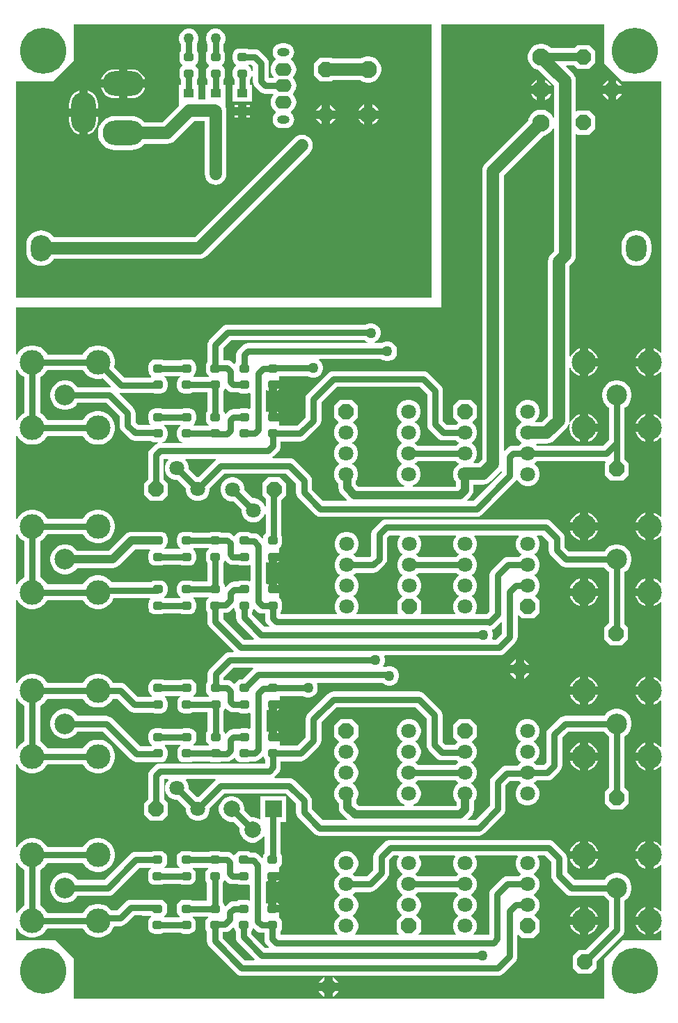
<source format=gtl>
G04*
G04 #@! TF.GenerationSoftware,Altium Limited,Altium Designer,21.3.2 (30)*
G04*
G04 Layer_Physical_Order=1*
G04 Layer_Color=204*
%FSTAX24Y24*%
%MOIN*%
G70*
G04*
G04 #@! TF.SameCoordinates,D50E3B47-D74C-4BCA-B3C4-33FD4FEC1BCA*
G04*
G04*
G04 #@! TF.FilePolarity,Positive*
G04*
G01*
G75*
%ADD13C,0.0394*%
%ADD18R,0.0512X0.0394*%
G04:AMPARAMS|DCode=19|XSize=39.4mil|YSize=47.2mil|CornerRadius=9.8mil|HoleSize=0mil|Usage=FLASHONLY|Rotation=90.000|XOffset=0mil|YOffset=0mil|HoleType=Round|Shape=RoundedRectangle|*
%AMROUNDEDRECTD19*
21,1,0.0394,0.0276,0,0,90.0*
21,1,0.0197,0.0472,0,0,90.0*
1,1,0.0197,0.0138,0.0098*
1,1,0.0197,0.0138,-0.0098*
1,1,0.0197,-0.0138,-0.0098*
1,1,0.0197,-0.0138,0.0098*
%
%ADD19ROUNDEDRECTD19*%
%ADD36C,0.0315*%
%ADD37C,0.0591*%
%ADD38O,0.0984X0.1260*%
%ADD39C,0.2205*%
%ADD40C,0.0709*%
%ADD41P,0.0767X8X22.5*%
%ADD42C,0.0984*%
%ADD43C,0.1181*%
%ADD44C,0.0787*%
%ADD45R,0.0787X0.0787*%
%ADD46C,0.0827*%
%ADD47O,0.0591X0.0394*%
%ADD48O,0.0787X0.0630*%
%ADD49O,0.1181X0.1969*%
%ADD50O,0.1969X0.1181*%
%ADD51C,0.0500*%
G36*
X03864Y051684D02*
X039526Y050798D01*
X041396D01*
Y03783D01*
X041346Y037809D01*
X041265Y03789D01*
X041152Y037965D01*
X041026Y038017D01*
X041022Y038018D01*
Y037353D01*
Y036688D01*
X041026Y036689D01*
X041152Y036741D01*
X041265Y036817D01*
X041346Y036898D01*
X041396Y036877D01*
Y03468D01*
X041346Y034659D01*
X041265Y03474D01*
X041152Y034816D01*
X041026Y034868D01*
X041022Y034869D01*
Y034204D01*
Y033539D01*
X041026Y03354D01*
X041152Y033592D01*
X041265Y033667D01*
X041346Y033748D01*
X041396Y033727D01*
Y029956D01*
X041346Y029935D01*
X041265Y030016D01*
X041152Y030091D01*
X041026Y030143D01*
X041022Y030144D01*
Y029479D01*
Y028814D01*
X041026Y028815D01*
X041152Y028867D01*
X041265Y028943D01*
X041346Y029023D01*
X041396Y029003D01*
Y026806D01*
X041346Y026785D01*
X041265Y026866D01*
X041152Y026942D01*
X041026Y026994D01*
X041022Y026995D01*
Y02633D01*
Y025665D01*
X041026Y025666D01*
X041152Y025718D01*
X041265Y025793D01*
X041346Y025874D01*
X041396Y025853D01*
Y022082D01*
X041346Y022061D01*
X041265Y022142D01*
X041152Y022217D01*
X041026Y022269D01*
X041022Y02227D01*
Y021605D01*
Y02094D01*
X041026Y020941D01*
X041152Y020993D01*
X041265Y021069D01*
X041346Y021149D01*
X041396Y021129D01*
Y018932D01*
X041346Y018911D01*
X041265Y018992D01*
X041152Y019068D01*
X041026Y01912D01*
X041022Y019121D01*
Y018456D01*
Y017791D01*
X041026Y017792D01*
X041152Y017844D01*
X041265Y017919D01*
X041346Y018D01*
X041396Y017979D01*
Y014208D01*
X041346Y014187D01*
X041265Y014268D01*
X041152Y014343D01*
X041026Y014395D01*
X041022Y014396D01*
Y013731D01*
Y013066D01*
X041026Y013067D01*
X041152Y013119D01*
X041265Y013195D01*
X041346Y013275D01*
X041396Y013255D01*
Y011058D01*
X041346Y011037D01*
X041265Y011118D01*
X041152Y011194D01*
X041026Y011246D01*
X041022Y011247D01*
Y010582D01*
Y009917D01*
X041026Y009918D01*
X041152Y00997D01*
X041265Y010045D01*
X041346Y010126D01*
X041396Y010105D01*
Y009656D01*
X039526D01*
X03864Y008771D01*
Y006848D01*
X013246D01*
Y008771D01*
X013246D01*
X01236Y009656D01*
X01049D01*
Y010198D01*
X010539Y010208D01*
X010543Y010199D01*
X010631Y010067D01*
X010743Y009955D01*
X010876Y009866D01*
X011022Y009805D01*
X011178Y009774D01*
X011337D01*
X011493Y009805D01*
X01164Y009866D01*
X011772Y009955D01*
X011885Y010067D01*
X011973Y010199D01*
X011975Y010204D01*
X01369D01*
X013692Y010199D01*
X013781Y010067D01*
X013893Y009955D01*
X014025Y009866D01*
X014172Y009805D01*
X014328Y009774D01*
X014487D01*
X014643Y009805D01*
X01479Y009866D01*
X014922Y009955D01*
X015034Y010067D01*
X015123Y010199D01*
X015174Y010322D01*
X01547D01*
X015568Y010335D01*
X015659Y010373D01*
X015737Y010433D01*
X016139Y010834D01*
X016482D01*
X016551Y010825D01*
X016917D01*
X016945Y010804D01*
Y010735D01*
X016897Y010699D01*
X016847Y010633D01*
X016815Y010556D01*
X016804Y010474D01*
Y010277D01*
X016815Y010195D01*
X016847Y010118D01*
X016897Y010053D01*
X016963Y010002D01*
X01704Y00997D01*
X017122Y00996D01*
X017398D01*
X01748Y00997D01*
X017548Y009998D01*
X018347D01*
X018415Y00997D01*
X018497Y00996D01*
X018772D01*
X018855Y00997D01*
X018931Y010002D01*
X018997Y010053D01*
X019048Y010118D01*
X019079Y010195D01*
X01909Y010277D01*
Y010474D01*
X019079Y010556D01*
X019048Y010633D01*
X018997Y010699D01*
X01895Y010735D01*
Y010786D01*
X019694D01*
Y010735D01*
X019647Y010699D01*
X019597Y010633D01*
X019565Y010556D01*
X019554Y010474D01*
Y010277D01*
X019565Y010195D01*
X019597Y010118D01*
X019632Y010072D01*
Y0096D01*
X019645Y009502D01*
X019683Y009411D01*
X019743Y009333D01*
X021029Y008046D01*
X021107Y007987D01*
X021198Y007949D01*
X021296Y007936D01*
X033545D01*
X033642Y007949D01*
X033733Y007987D01*
X033811Y008046D01*
X03438Y008615D01*
X03444Y008693D01*
X034477Y008784D01*
X03449Y008882D01*
Y009893D01*
X034536Y009912D01*
X034686Y009763D01*
X035257D01*
X035543Y010048D01*
Y010619D01*
X035318Y010844D01*
X035322Y010877D01*
X035428Y010983D01*
X035504Y011113D01*
X035543Y011258D01*
Y011409D01*
X035504Y011554D01*
X035428Y011684D01*
X035322Y01179D01*
X035291Y011809D01*
Y011859D01*
X035322Y011877D01*
X035428Y011983D01*
X035504Y012113D01*
X035543Y012258D01*
Y012409D01*
X035504Y012554D01*
X035428Y012684D01*
X035322Y01279D01*
X035291Y012809D01*
Y012859D01*
X035322Y012877D01*
X035428Y012983D01*
X035504Y013113D01*
X035543Y013258D01*
Y013409D01*
X035504Y013554D01*
X035443Y013658D01*
X035472Y013708D01*
X035832D01*
X036117Y013423D01*
Y012747D01*
X03613Y012649D01*
X036167Y012558D01*
X036227Y01248D01*
X036818Y01189D01*
X036896Y01183D01*
X036987Y011792D01*
X037085Y011779D01*
X03865D01*
X0387Y011705D01*
X038798Y011606D01*
X038873Y011556D01*
Y010305D01*
X037752Y009184D01*
X037429D01*
X037144Y008899D01*
Y008328D01*
X037429Y008042D01*
X038D01*
X038285Y008328D01*
Y00865D01*
X039517Y009882D01*
X039577Y00996D01*
X039614Y010051D01*
X039627Y010149D01*
Y011556D01*
X039702Y011606D01*
X0398Y011705D01*
X039878Y011821D01*
X039931Y01195D01*
X039959Y012087D01*
Y012226D01*
X039931Y012363D01*
X039878Y012492D01*
X0398Y012608D01*
X039702Y012707D01*
X039586Y012784D01*
X039457Y012838D01*
X03932Y012865D01*
X03918D01*
X039043Y012838D01*
X038914Y012784D01*
X038798Y012707D01*
X0387Y012608D01*
X03865Y012534D01*
X037241D01*
X036871Y012903D01*
Y01358D01*
X036858Y013677D01*
X036821Y013768D01*
X036761Y013846D01*
X036255Y014352D01*
X036177Y014412D01*
X036086Y01445D01*
X035988Y014463D01*
X0284D01*
X028302Y01445D01*
X028211Y014412D01*
X028133Y014352D01*
X027704Y013923D01*
X027644Y013845D01*
X027606Y013754D01*
X027593Y013656D01*
Y013025D01*
X027279Y012711D01*
X026727D01*
X026648Y01279D01*
X026616Y012809D01*
Y012859D01*
X026648Y012877D01*
X026754Y012983D01*
X026829Y013113D01*
X026868Y013258D01*
Y013409D01*
X026829Y013554D01*
X026754Y013684D01*
X026648Y01379D01*
X026518Y013865D01*
X026372Y013904D01*
X026222D01*
X026077Y013865D01*
X025947Y01379D01*
X02584Y013684D01*
X025765Y013554D01*
X025726Y013409D01*
Y013258D01*
X025765Y013113D01*
X02584Y012983D01*
X025947Y012877D01*
X025978Y012859D01*
Y012809D01*
X025947Y01279D01*
X02584Y012684D01*
X025765Y012554D01*
X025726Y012409D01*
Y012258D01*
X025765Y012113D01*
X02584Y011983D01*
X025947Y011877D01*
X025978Y011859D01*
Y011809D01*
X025947Y01179D01*
X02584Y011684D01*
X025765Y011554D01*
X025726Y011409D01*
Y011258D01*
X025765Y011113D01*
X02584Y010983D01*
X025947Y010877D01*
X025978Y010859D01*
Y010809D01*
X025947Y01079D01*
X02584Y010684D01*
X025765Y010554D01*
X025726Y010409D01*
Y010258D01*
X025765Y010113D01*
X02584Y009983D01*
X025878Y009945D01*
X025859Y009899D01*
X023136D01*
Y010072D01*
X023172Y010118D01*
X023204Y010195D01*
X023215Y010277D01*
Y010474D01*
X023204Y010556D01*
X023172Y010633D01*
X023121Y010699D01*
X023074Y010735D01*
Y010932D01*
X023077Y010966D01*
X022759D01*
Y011163D01*
X022562D01*
Y011452D01*
X022544Y011448D01*
X022493Y011415D01*
X022443Y011436D01*
Y012447D01*
X022493Y012468D01*
X022544Y012434D01*
X022562Y012431D01*
Y01272D01*
X022759D01*
Y012917D01*
X023074D01*
X023074Y012917D01*
X023074Y012917D01*
Y013148D01*
X023121Y013184D01*
X023172Y01325D01*
X023204Y013327D01*
X023215Y013409D01*
Y013606D01*
X023204Y013688D01*
X023172Y013764D01*
X023151Y013792D01*
Y01533D01*
X02342D01*
Y01655D01*
X022199D01*
Y015473D01*
X022149Y015447D01*
X022099Y015481D01*
X021987Y015527D01*
X02187Y01555D01*
X021749D01*
X021735Y015547D01*
X021417Y015866D01*
X02142Y01588D01*
Y016D01*
X021396Y016118D01*
X02135Y016229D01*
X021283Y016329D01*
X021198Y016414D01*
X021099Y016481D01*
X020987Y016527D01*
X02087Y01655D01*
X020749D01*
X020631Y016527D01*
X02052Y016481D01*
X02042Y016414D01*
X020335Y016329D01*
X020269Y016229D01*
X020223Y016118D01*
X020199Y016D01*
Y01588D01*
X020223Y015762D01*
X020269Y015651D01*
X020335Y015551D01*
X02042Y015466D01*
X02052Y015399D01*
X020631Y015353D01*
X020749Y01533D01*
X02087D01*
X020883Y015332D01*
X021202Y015014D01*
X021199Y015D01*
Y01488D01*
X021223Y014762D01*
X021269Y014651D01*
X021335Y014551D01*
X02142Y014466D01*
X02152Y014399D01*
X021631Y014353D01*
X021749Y01433D01*
X02187D01*
X021987Y014353D01*
X022099Y014399D01*
X022198Y014466D01*
X022283Y014551D01*
X022321Y014607D01*
X022388Y014617D01*
X022396Y01461D01*
Y01383D01*
X022346Y013764D01*
X022314Y013688D01*
X022305Y013617D01*
X022259Y013592D01*
X022117Y013735D01*
X022039Y013794D01*
X021948Y013832D01*
X02185Y013845D01*
X021727D01*
X021681Y013881D01*
X021604Y013912D01*
X021522Y013923D01*
X021246D01*
X021164Y013912D01*
X021088Y013881D01*
X021022Y01383D01*
X020971Y013764D01*
X020958Y013731D01*
X020899Y01372D01*
X020844Y013774D01*
X020766Y013834D01*
X020675Y013872D01*
X020578Y013884D01*
X020297D01*
X020229Y013912D01*
X020147Y013923D01*
X019872D01*
X019789Y013912D01*
X019722Y013884D01*
X018922D01*
X018855Y013912D01*
X018772Y013923D01*
X018497D01*
X018415Y013912D01*
X018338Y013881D01*
X018272Y01383D01*
X018222Y013764D01*
X01819Y013688D01*
X018179Y013606D01*
Y013409D01*
X01819Y013327D01*
X018222Y01325D01*
X018272Y013184D01*
X01832Y013148D01*
Y013097D01*
X017575D01*
Y013148D01*
X017622Y013184D01*
X017673Y01325D01*
X017704Y013327D01*
X017715Y013409D01*
Y013606D01*
X017704Y013688D01*
X017673Y013764D01*
X017622Y01383D01*
X017556Y013881D01*
X01748Y013912D01*
X017398Y013923D01*
X017122D01*
X01704Y013912D01*
X016972Y013884D01*
X016231D01*
X016133Y013872D01*
X016042Y013834D01*
X015964Y013774D01*
X014724Y012534D01*
X013433D01*
X013383Y012608D01*
X013284Y012707D01*
X013168Y012784D01*
X013039Y012838D01*
X012902Y012865D01*
X012763D01*
X012626Y012838D01*
X012497Y012784D01*
X012381Y012707D01*
X012282Y012608D01*
X012205Y012492D01*
X012151Y012363D01*
X012124Y012226D01*
Y012087D01*
X012151Y01195D01*
X012205Y011821D01*
X012282Y011705D01*
X012381Y011606D01*
X012497Y011528D01*
X012626Y011475D01*
X012763Y011448D01*
X012902D01*
X013039Y011475D01*
X013168Y011528D01*
X013284Y011606D01*
X013383Y011705D01*
X013433Y011779D01*
X01488D01*
X014978Y011792D01*
X015069Y01183D01*
X015147Y01189D01*
X016387Y01313D01*
X016945D01*
Y013079D01*
X016897Y013043D01*
X016847Y012977D01*
X016815Y0129D01*
X016804Y012818D01*
Y012621D01*
X016815Y012539D01*
X016847Y012463D01*
X016897Y012397D01*
X016963Y012346D01*
X01704Y012314D01*
X017122Y012304D01*
X017398D01*
X01748Y012314D01*
X017548Y012343D01*
X018347D01*
X018415Y012314D01*
X018497Y012304D01*
X018772D01*
X018855Y012314D01*
X018931Y012346D01*
X018997Y012397D01*
X019048Y012463D01*
X019079Y012539D01*
X01909Y012621D01*
Y012818D01*
X019079Y0129D01*
X019048Y012977D01*
X018997Y013043D01*
X01895Y013079D01*
Y01313D01*
X019694D01*
Y013079D01*
X019647Y013043D01*
X019597Y012977D01*
X019565Y0129D01*
X019554Y012818D01*
Y012621D01*
X019565Y012539D01*
X019597Y012463D01*
X019632Y012416D01*
Y01154D01*
X018922D01*
X018855Y011568D01*
X018772Y011579D01*
X018497D01*
X018415Y011568D01*
X018338Y011537D01*
X018272Y011486D01*
X018222Y01142D01*
X01819Y011344D01*
X018179Y011261D01*
Y011065D01*
X01819Y010982D01*
X018222Y010906D01*
X018272Y01084D01*
X01832Y010804D01*
Y010753D01*
X017575D01*
Y010804D01*
X017622Y01084D01*
X017673Y010906D01*
X017704Y010982D01*
X017715Y011065D01*
Y011261D01*
X017704Y011344D01*
X017673Y01142D01*
X017622Y011486D01*
X017556Y011537D01*
X01748Y011568D01*
X017398Y011579D01*
X017224D01*
X01722Y01158D01*
X016611D01*
X016542Y011589D01*
X015982D01*
X015885Y011576D01*
X015794Y011538D01*
X015716Y011478D01*
X015314Y011077D01*
X015047D01*
X015034Y011096D01*
X014922Y011208D01*
X01479Y011297D01*
X014643Y011358D01*
X014487Y011389D01*
X014328D01*
X014172Y011358D01*
X014025Y011297D01*
X013893Y011208D01*
X013781Y011096D01*
X013692Y010964D01*
X01369Y010959D01*
X011975D01*
X011973Y010964D01*
X011885Y011096D01*
X011772Y011208D01*
X01164Y011297D01*
X011635Y011299D01*
Y013014D01*
X01164Y013016D01*
X011772Y013104D01*
X011885Y013217D01*
X011973Y013349D01*
X011975Y013354D01*
X01369D01*
X013692Y013349D01*
X013781Y013217D01*
X013893Y013104D01*
X014025Y013016D01*
X014172Y012955D01*
X014328Y012924D01*
X014487D01*
X014643Y012955D01*
X01479Y013016D01*
X014922Y013104D01*
X015034Y013217D01*
X015123Y013349D01*
X015184Y013496D01*
X015215Y013652D01*
Y013811D01*
X015184Y013967D01*
X015123Y014113D01*
X015034Y014246D01*
X014922Y014358D01*
X01479Y014446D01*
X014643Y014507D01*
X014487Y014538D01*
X014328D01*
X014172Y014507D01*
X014025Y014446D01*
X013893Y014358D01*
X013781Y014246D01*
X013692Y014113D01*
X01369Y014108D01*
X011975D01*
X011973Y014113D01*
X011885Y014246D01*
X011772Y014358D01*
X01164Y014446D01*
X011493Y014507D01*
X011337Y014538D01*
X011178D01*
X011022Y014507D01*
X010876Y014446D01*
X010743Y014358D01*
X010631Y014246D01*
X010543Y014113D01*
X010539Y014105D01*
X01049Y014115D01*
Y018072D01*
X010539Y018082D01*
X010543Y018073D01*
X010631Y017941D01*
X010743Y017829D01*
X010876Y01774D01*
X011022Y01768D01*
X011178Y017649D01*
X011337D01*
X011493Y01768D01*
X01164Y01774D01*
X011772Y017829D01*
X011885Y017941D01*
X011973Y018073D01*
X011975Y018078D01*
X01369D01*
X013692Y018073D01*
X013781Y017941D01*
X013893Y017829D01*
X014025Y01774D01*
X014172Y01768D01*
X014328Y017649D01*
X014487D01*
X014643Y01768D01*
X01479Y01774D01*
X014922Y017829D01*
X015034Y017941D01*
X015123Y018073D01*
X015184Y01822D01*
X015215Y018376D01*
Y018535D01*
X015184Y018691D01*
X015123Y018838D01*
X015034Y01897D01*
X014922Y019082D01*
X01479Y019171D01*
X014643Y019232D01*
X014487Y019263D01*
X014328D01*
X014172Y019232D01*
X014025Y019171D01*
X013893Y019082D01*
X013781Y01897D01*
X013692Y018838D01*
X01369Y018833D01*
X011975D01*
X011973Y018838D01*
X011885Y01897D01*
X011772Y019082D01*
X01164Y019171D01*
X011635Y019173D01*
Y020888D01*
X01164Y02089D01*
X011772Y020978D01*
X011885Y021091D01*
X011973Y021223D01*
X011975Y021228D01*
X01369D01*
X013692Y021223D01*
X013781Y021091D01*
X013893Y020978D01*
X014025Y02089D01*
X014172Y020829D01*
X014328Y020798D01*
X014487D01*
X014643Y020829D01*
X01479Y02089D01*
X014922Y020978D01*
X015034Y021091D01*
X015123Y021223D01*
X015125Y021228D01*
X015314D01*
X015873Y020669D01*
X015951Y020609D01*
X016042Y020572D01*
X01614Y020559D01*
X017017D01*
X017066Y020538D01*
X017148Y020527D01*
X017424D01*
X017506Y020538D01*
X017583Y02057D01*
X017649Y02062D01*
X017699Y020686D01*
X017731Y020763D01*
X017742Y020845D01*
Y021042D01*
X017731Y021124D01*
X017699Y021201D01*
X017649Y021266D01*
X017601Y021303D01*
Y021354D01*
X018346D01*
Y021303D01*
X018299Y021266D01*
X018248Y021201D01*
X018216Y021124D01*
X018206Y021042D01*
Y020845D01*
X018216Y020763D01*
X018248Y020686D01*
X018299Y02062D01*
X018364Y02057D01*
X018441Y020538D01*
X018523Y020527D01*
X018799D01*
X018881Y020538D01*
X018949Y020566D01*
X019659D01*
Y01969D01*
X019623Y019644D01*
X019591Y019567D01*
X01958Y019485D01*
Y019288D01*
X019591Y019206D01*
X019623Y019129D01*
X019673Y019064D01*
X019721Y019027D01*
Y018977D01*
X018976D01*
Y019027D01*
X019023Y019064D01*
X019074Y019129D01*
X019106Y019206D01*
X019116Y019288D01*
Y019485D01*
X019106Y019567D01*
X019074Y019644D01*
X019023Y01971D01*
X018958Y01976D01*
X018881Y019792D01*
X018799Y019803D01*
X018523D01*
X018441Y019792D01*
X018373Y019764D01*
X017574D01*
X017506Y019792D01*
X017424Y019803D01*
X017148D01*
X017066Y019792D01*
X01699Y01976D01*
X016924Y01971D01*
X016873Y019644D01*
X016842Y019567D01*
X016831Y019485D01*
Y019288D01*
X016842Y019206D01*
X016873Y019129D01*
X016924Y019064D01*
X016971Y019027D01*
Y018959D01*
X016961Y018951D01*
X016414D01*
X015068Y020297D01*
X01499Y020357D01*
X014899Y020395D01*
X014801Y020408D01*
X013433D01*
X013383Y020482D01*
X013284Y020581D01*
X013168Y020658D01*
X013039Y020712D01*
X012902Y020739D01*
X012763D01*
X012626Y020712D01*
X012497Y020658D01*
X012381Y020581D01*
X012282Y020482D01*
X012205Y020366D01*
X012151Y020237D01*
X012124Y0201D01*
Y019961D01*
X012151Y019824D01*
X012205Y019695D01*
X012282Y019579D01*
X012381Y01948D01*
X012497Y019402D01*
X012626Y019349D01*
X012763Y019322D01*
X012902D01*
X013039Y019349D01*
X013168Y019402D01*
X013284Y01948D01*
X013383Y019579D01*
X013433Y019653D01*
X014645D01*
X015991Y018307D01*
X016069Y018247D01*
X01616Y018209D01*
X016258Y018196D01*
X01706D01*
X017066Y018194D01*
X017148Y018183D01*
X017424D01*
X017506Y018194D01*
X017583Y018226D01*
X017649Y018276D01*
X017699Y018342D01*
X017731Y018419D01*
X017742Y018501D01*
Y018698D01*
X017731Y01878D01*
X017699Y018857D01*
X017649Y018922D01*
X017601Y018959D01*
Y019009D01*
X018346D01*
Y018959D01*
X018299Y018922D01*
X018248Y018857D01*
X018216Y01878D01*
X018206Y018698D01*
Y018501D01*
X018216Y018419D01*
X018248Y018342D01*
X018299Y018276D01*
X018364Y018226D01*
X018441Y018194D01*
X018523Y018183D01*
X018799D01*
X018881Y018194D01*
X018949Y018222D01*
X019748D01*
X019816Y018194D01*
X019898Y018183D01*
X020174D01*
X020256Y018194D01*
X020303Y018213D01*
X020595D01*
X020693Y018226D01*
X020784Y018264D01*
X020862Y018324D01*
X020925Y018387D01*
X020984Y018375D01*
X020998Y018342D01*
X021048Y018276D01*
X021114Y018226D01*
X021191Y018194D01*
X021273Y018183D01*
X021548D01*
X021631Y018194D01*
X021698Y018222D01*
X021908D01*
X022006Y018235D01*
X022097Y018273D01*
X022175Y018333D01*
X022292Y018449D01*
X022339Y018433D01*
X022341Y018419D01*
X022373Y018342D01*
X022408Y018296D01*
Y018124D01*
X017378D01*
X01728Y018111D01*
X017189Y018074D01*
X017111Y018014D01*
X016927Y017829D01*
X016867Y017751D01*
X016829Y01766D01*
X016816Y017562D01*
Y01642D01*
X016622Y016227D01*
Y015656D01*
X016908Y015371D01*
X017479D01*
X017764Y015656D01*
Y016227D01*
X017571Y01642D01*
Y01737D01*
X017749D01*
X017768Y017323D01*
X017737Y017292D01*
X017661Y017162D01*
X017622Y017017D01*
Y016866D01*
X017661Y016721D01*
X017737Y016591D01*
X017843Y016485D01*
X017973Y016409D01*
X018118Y016371D01*
X018231D01*
X018622Y015979D01*
Y015866D01*
X018661Y015721D01*
X018736Y015591D01*
X018843Y015485D01*
X018973Y015409D01*
X019118Y015371D01*
X019268D01*
X019414Y015409D01*
X019544Y015485D01*
X01965Y015591D01*
X019725Y015721D01*
X019764Y015866D01*
Y015979D01*
X020452Y016667D01*
X023403D01*
X023893Y016177D01*
Y015772D01*
X023906Y015675D01*
X023943Y015584D01*
X024003Y015505D01*
X024745Y014764D01*
X024823Y014704D01*
X024914Y014666D01*
X025012Y014653D01*
X032637D01*
X032735Y014666D01*
X032826Y014704D01*
X032904Y014764D01*
X033816Y015675D01*
X033876Y015753D01*
X033913Y015844D01*
X033926Y015942D01*
Y017065D01*
X034133Y017272D01*
X034568D01*
X034621Y017219D01*
X034653Y017201D01*
Y017151D01*
X034621Y017133D01*
X034515Y017027D01*
X03444Y016896D01*
X034401Y016751D01*
Y016601D01*
X03444Y016456D01*
X034515Y016326D01*
X034621Y016219D01*
X034751Y016144D01*
X034897Y016105D01*
X035047D01*
X035192Y016144D01*
X035322Y016219D01*
X035428Y016326D01*
X035504Y016456D01*
X035543Y016601D01*
Y016751D01*
X035504Y016896D01*
X035428Y017027D01*
X035322Y017133D01*
X035291Y017151D01*
Y017201D01*
X035322Y017219D01*
X035402Y017299D01*
X035911D01*
X036009Y017312D01*
X0361Y017349D01*
X036178Y017409D01*
X036525Y017756D01*
X036585Y017834D01*
X036622Y017925D01*
X036635Y018023D01*
Y019362D01*
X036926Y019653D01*
X03865D01*
X0387Y019579D01*
X038798Y01948D01*
X038873Y01943D01*
Y016966D01*
X038679Y016773D01*
Y016202D01*
X038965Y015916D01*
X039535D01*
X039821Y016202D01*
Y016773D01*
X039627Y016966D01*
Y01943D01*
X039702Y01948D01*
X0398Y019579D01*
X039878Y019695D01*
X039931Y019824D01*
X039959Y019961D01*
Y0201D01*
X039931Y020237D01*
X039878Y020366D01*
X0398Y020482D01*
X039702Y020581D01*
X039586Y020658D01*
X039457Y020712D01*
X03932Y020739D01*
X03918D01*
X039043Y020712D01*
X038914Y020658D01*
X038798Y020581D01*
X0387Y020482D01*
X03865Y020408D01*
X03677D01*
X036672Y020395D01*
X036581Y020357D01*
X036503Y020297D01*
X035991Y019785D01*
X035931Y019707D01*
X035893Y019616D01*
X035881Y019519D01*
Y018179D01*
X035755Y018053D01*
X035402D01*
X035322Y018133D01*
X035291Y018151D01*
Y018201D01*
X035322Y018219D01*
X035428Y018326D01*
X035504Y018456D01*
X035543Y018601D01*
Y018751D01*
X035504Y018896D01*
X035428Y019027D01*
X035322Y019133D01*
X035291Y019151D01*
Y019201D01*
X035322Y019219D01*
X035428Y019326D01*
X035504Y019456D01*
X035543Y019601D01*
Y019751D01*
X035504Y019896D01*
X035428Y020027D01*
X035322Y020133D01*
X035192Y020208D01*
X035047Y020247D01*
X034897D01*
X034751Y020208D01*
X034621Y020133D01*
X034515Y020027D01*
X03444Y019896D01*
X034401Y019751D01*
Y019601D01*
X03444Y019456D01*
X034515Y019326D01*
X034621Y019219D01*
X034653Y019201D01*
Y019151D01*
X034621Y019133D01*
X034515Y019027D01*
X03444Y018896D01*
X034401Y018751D01*
Y018601D01*
X03444Y018456D01*
X034515Y018326D01*
X034621Y018219D01*
X034653Y018201D01*
Y018151D01*
X034621Y018133D01*
X034515Y018027D01*
X033977D01*
X033879Y018014D01*
X033788Y017976D01*
X03371Y017916D01*
X033282Y017488D01*
X033222Y01741D01*
X033184Y017319D01*
X033172Y017221D01*
Y016098D01*
X032481Y015408D01*
X032146D01*
X032127Y015454D01*
X032282Y015609D01*
X032348Y015695D01*
X03239Y015796D01*
X032404Y015904D01*
X032404Y015904D01*
Y016301D01*
X032428Y016326D01*
X032504Y016456D01*
X032543Y016601D01*
Y016751D01*
X032504Y016896D01*
X032428Y017027D01*
X032322Y017133D01*
X032291Y017151D01*
Y017201D01*
X032322Y017219D01*
X032428Y017326D01*
X032504Y017456D01*
X032543Y017601D01*
Y017751D01*
X032504Y017896D01*
X032428Y018027D01*
X032322Y018133D01*
X032291Y018151D01*
Y018201D01*
X032322Y018219D01*
X032428Y018326D01*
X032504Y018456D01*
X032543Y018601D01*
Y018751D01*
X032504Y018896D01*
X032428Y019027D01*
X032322Y019133D01*
X032318Y019166D01*
X032543Y019391D01*
Y019961D01*
X032257Y020247D01*
X031686D01*
X031401Y019961D01*
Y019391D01*
X031625Y019166D01*
X031621Y019133D01*
X031515Y019027D01*
X031042D01*
X030907Y019162D01*
Y020443D01*
X030894Y020541D01*
X030857Y020632D01*
X030797Y02071D01*
X030048Y021459D01*
X02997Y021519D01*
X029879Y021556D01*
X029781Y021569D01*
X025667D01*
X02557Y021556D01*
X025479Y021519D01*
X025401Y021459D01*
X024465Y020523D01*
X024405Y020445D01*
X024367Y020354D01*
X024355Y020256D01*
Y01938D01*
X02395Y018975D01*
X0231D01*
Y019156D01*
X023103Y01919D01*
X022785D01*
Y019387D01*
X022589D01*
Y019676D01*
X02257Y019672D01*
X02252Y019638D01*
X02247Y019659D01*
Y020671D01*
X02252Y020692D01*
X02257Y020658D01*
X022589Y020654D01*
Y020943D01*
X022785D01*
Y02114D01*
X0231D01*
X0231Y02114D01*
X0231Y02114D01*
Y021362D01*
X024201D01*
X024287Y021312D01*
X024406Y02128D01*
X024528D01*
X024647Y021312D01*
X024753Y021374D01*
X02484Y02146D01*
X024902Y021567D01*
X024933Y021686D01*
Y021808D01*
X024902Y021927D01*
X024887Y021952D01*
X024912Y021996D01*
X028027D01*
X028078Y021944D01*
X028184Y021883D01*
X028303Y021851D01*
X028426D01*
X028544Y021883D01*
X028651Y021944D01*
X028737Y022031D01*
X028799Y022138D01*
X028831Y022256D01*
Y022379D01*
X028799Y022498D01*
X028737Y022604D01*
X028651Y022691D01*
X028544Y022753D01*
X028426Y022784D01*
X028303D01*
X028184Y022753D01*
X02818Y02275D01*
X028178Y02275D01*
X028073D01*
X028055Y0228D01*
X02811Y022896D01*
X028142Y023014D01*
Y023137D01*
X028111Y023253D01*
X02811Y023262D01*
X028137Y023303D01*
X033624D01*
X033722Y023316D01*
X033813Y023353D01*
X033891Y023413D01*
X034399Y023921D01*
X034459Y023999D01*
X034496Y02409D01*
X034509Y024188D01*
Y0252D01*
X034555Y025219D01*
X034705Y025069D01*
X035276D01*
X035561Y025354D01*
Y025925D01*
X035337Y02615D01*
X035341Y026183D01*
X035447Y026289D01*
X035523Y026419D01*
X035561Y026565D01*
Y026715D01*
X035523Y02686D01*
X035447Y02699D01*
X035341Y027097D01*
X03531Y027115D01*
Y027165D01*
X035341Y027183D01*
X035447Y027289D01*
X035523Y027419D01*
X035561Y027565D01*
Y027715D01*
X035523Y02786D01*
X035447Y02799D01*
X035341Y028097D01*
X03531Y028115D01*
Y028165D01*
X035341Y028183D01*
X035447Y028289D01*
X035523Y028419D01*
X035561Y028565D01*
Y028715D01*
X035523Y02886D01*
X035447Y02899D01*
X035421Y029016D01*
X03544Y029063D01*
X035688D01*
X035999Y028752D01*
Y028337D01*
X036012Y02824D01*
X036049Y028149D01*
X036109Y028071D01*
X036542Y027638D01*
X03662Y027578D01*
X036711Y02754D01*
X036809Y027527D01*
X03865D01*
X0387Y027453D01*
X038798Y027354D01*
X038873Y027304D01*
Y02488D01*
X03864Y024647D01*
Y024076D01*
X038925Y02379D01*
X039496D01*
X039781Y024076D01*
Y024647D01*
X039627Y024801D01*
Y027304D01*
X039702Y027354D01*
X0398Y027453D01*
X039878Y027569D01*
X039931Y027698D01*
X039959Y027835D01*
Y027974D01*
X039931Y028111D01*
X039878Y02824D01*
X0398Y028356D01*
X039702Y028455D01*
X039586Y028532D01*
X039457Y028586D01*
X03932Y028613D01*
X03918D01*
X039043Y028586D01*
X038914Y028532D01*
X038798Y028455D01*
X0387Y028356D01*
X03865Y028282D01*
X036965D01*
X036753Y028494D01*
Y028908D01*
X03674Y029006D01*
X036703Y029097D01*
X036643Y029175D01*
X036111Y029707D01*
X036033Y029767D01*
X035942Y029804D01*
X035844Y029817D01*
X028203D01*
X028105Y029804D01*
X028014Y029767D01*
X027936Y029707D01*
X027605Y029376D01*
X027545Y029298D01*
X027508Y029207D01*
X027495Y029109D01*
Y028084D01*
X027428Y028017D01*
X026746D01*
X026667Y028097D01*
X026635Y028115D01*
Y028165D01*
X026667Y028183D01*
X026773Y028289D01*
X026848Y028419D01*
X026887Y028565D01*
Y028715D01*
X026848Y02886D01*
X026773Y02899D01*
X026667Y029097D01*
X026536Y029172D01*
X026391Y029211D01*
X026241D01*
X026096Y029172D01*
X025966Y029097D01*
X025859Y02899D01*
X025784Y02886D01*
X025745Y028715D01*
Y028565D01*
X025784Y028419D01*
X025859Y028289D01*
X025966Y028183D01*
X025997Y028165D01*
Y028115D01*
X025966Y028097D01*
X025859Y02799D01*
X025784Y02786D01*
X025745Y027715D01*
Y027565D01*
X025784Y027419D01*
X025859Y027289D01*
X025966Y027183D01*
X025997Y027165D01*
Y027115D01*
X025966Y027097D01*
X025859Y02699D01*
X025784Y02686D01*
X025745Y026715D01*
Y026565D01*
X025784Y026419D01*
X025859Y026289D01*
X025966Y026183D01*
X025997Y026165D01*
Y026115D01*
X025966Y026097D01*
X025859Y02599D01*
X025784Y02586D01*
X025745Y025715D01*
Y025565D01*
X025784Y025419D01*
X025839Y025324D01*
X025811Y025274D01*
X023155D01*
Y025378D01*
X023191Y025425D01*
X023223Y025501D01*
X023233Y025583D01*
Y02578D01*
X023223Y025863D01*
X023191Y025939D01*
X02314Y026005D01*
X023093Y026041D01*
Y026238D01*
X023096Y026272D01*
X022778D01*
Y026469D01*
X022581D01*
Y026758D01*
X022563Y026755D01*
X022512Y026721D01*
X022462Y026742D01*
Y027753D01*
X022512Y027774D01*
X022563Y027741D01*
X022581Y027737D01*
Y028026D01*
X022778D01*
Y028223D01*
X023093D01*
D01*
X023093Y028223D01*
Y028454D01*
X02314Y02849D01*
X023191Y028556D01*
X023223Y028633D01*
X023233Y028715D01*
Y028912D01*
X023223Y028994D01*
X023191Y029071D01*
X023189Y029072D01*
Y030747D01*
X023417Y030975D01*
Y031546D01*
X023132Y031831D01*
X022561D01*
X022276Y031546D01*
Y030975D01*
X022435Y030816D01*
Y030463D01*
X022385Y030456D01*
X022378Y030481D01*
X022303Y030611D01*
X022197Y030717D01*
X022067Y030792D01*
X021922Y030831D01*
X021809D01*
X021417Y031223D01*
Y031336D01*
X021378Y031481D01*
X021303Y031611D01*
X021197Y031717D01*
X021067Y031792D01*
X020922Y031831D01*
X020771D01*
X020626Y031792D01*
X020496Y031717D01*
X02039Y031611D01*
X020314Y031481D01*
X020276Y031336D01*
Y031185D01*
X020314Y03104D01*
X02039Y03091D01*
X020496Y030804D01*
X020626Y030728D01*
X020771Y03069D01*
X020884D01*
X021276Y030298D01*
Y030185D01*
X021314Y03004D01*
X02139Y02991D01*
X021496Y029804D01*
X021626Y029728D01*
X021771Y02969D01*
X021922D01*
X022067Y029728D01*
X022197Y029804D01*
X022303Y02991D01*
X022378Y03004D01*
X022385Y030065D01*
X022435Y030058D01*
Y029151D01*
X022416Y029136D01*
X022365Y029071D01*
X022333Y028994D01*
X022324Y028923D01*
X022278Y028898D01*
X022136Y029041D01*
X022058Y029101D01*
X021967Y029138D01*
X021869Y029151D01*
X021746D01*
X0217Y029187D01*
X021623Y029219D01*
X021541Y029229D01*
X021265D01*
X021183Y029219D01*
X021107Y029187D01*
X021041Y029136D01*
X02099Y029071D01*
X020977Y029038D01*
X020918Y029026D01*
X020863Y02908D01*
X020785Y02914D01*
X020694Y029178D01*
X020596Y029191D01*
X020316D01*
X020248Y029219D01*
X020166Y029229D01*
X019891D01*
X019808Y029219D01*
X019741Y029191D01*
X018941D01*
X018874Y029219D01*
X018791Y029229D01*
X018516D01*
X018434Y029219D01*
X018357Y029187D01*
X018291Y029136D01*
X018241Y029071D01*
X018209Y028994D01*
X018198Y028912D01*
Y028715D01*
X018209Y028633D01*
X018241Y028556D01*
X018291Y02849D01*
X018339Y028454D01*
Y028403D01*
X017594D01*
Y028454D01*
X017641Y02849D01*
X017692Y028556D01*
X017723Y028633D01*
X017734Y028715D01*
Y028912D01*
X017723Y028994D01*
X017692Y029071D01*
X017641Y029136D01*
X017575Y029187D01*
X017499Y029219D01*
X017417Y029229D01*
X017285D01*
X017279Y02923D01*
X016025D01*
X016025Y02923D01*
X015917Y029216D01*
X015817Y029174D01*
X01573Y029108D01*
X01573Y029108D01*
X014943Y028321D01*
X013406D01*
X013383Y028356D01*
X013284Y028455D01*
X013168Y028532D01*
X013039Y028586D01*
X012902Y028613D01*
X012763D01*
X012626Y028586D01*
X012497Y028532D01*
X012381Y028455D01*
X012282Y028356D01*
X012205Y02824D01*
X012151Y028111D01*
X012124Y027974D01*
Y027835D01*
X012151Y027698D01*
X012205Y027569D01*
X012282Y027453D01*
X012381Y027354D01*
X012497Y027276D01*
X012626Y027223D01*
X012763Y027196D01*
X012902D01*
X013039Y027223D01*
X013168Y027276D01*
X013284Y027354D01*
X013383Y027453D01*
X013406Y027487D01*
X015116D01*
X015116Y027487D01*
X015224Y027502D01*
X015325Y027543D01*
X015411Y02761D01*
X016198Y028396D01*
X016896D01*
X016912Y028358D01*
X016914Y028346D01*
X016866Y028283D01*
X016834Y028207D01*
X016823Y028124D01*
Y027928D01*
X016834Y027845D01*
X016866Y027769D01*
X016916Y027703D01*
X016982Y027652D01*
X017059Y027621D01*
X017141Y02761D01*
X017417D01*
X017499Y027621D01*
X017566Y027649D01*
X018366D01*
X018434Y027621D01*
X018516Y02761D01*
X018791D01*
X018874Y027621D01*
X01895Y027652D01*
X019016Y027703D01*
X019066Y027769D01*
X019098Y027845D01*
X019109Y027928D01*
Y028124D01*
X019098Y028207D01*
X019066Y028283D01*
X019016Y028349D01*
X018969Y028385D01*
Y028436D01*
X019713D01*
Y028385D01*
X019666Y028349D01*
X019615Y028283D01*
X019584Y028207D01*
X019573Y028124D01*
Y027928D01*
X019584Y027845D01*
X019615Y027769D01*
X019651Y027722D01*
Y026847D01*
X018941D01*
X018874Y026875D01*
X018791Y026885D01*
X018516D01*
X018434Y026875D01*
X018357Y026843D01*
X018291Y026792D01*
X018241Y026727D01*
X018209Y02665D01*
X018198Y026568D01*
Y026371D01*
X018209Y026289D01*
X018241Y026212D01*
X018291Y026146D01*
X018339Y02611D01*
Y026059D01*
X017594D01*
Y02611D01*
X017641Y026146D01*
X017692Y026212D01*
X017723Y026289D01*
X017734Y026371D01*
Y026568D01*
X017723Y02665D01*
X017692Y026727D01*
X017641Y026792D01*
X017575Y026843D01*
X017499Y026875D01*
X017417Y026885D01*
X017141D01*
X017059Y026875D01*
X016982Y026843D01*
X016936Y026807D01*
X015059D01*
X015034Y026844D01*
X014922Y026957D01*
X01479Y027045D01*
X014643Y027106D01*
X014487Y027137D01*
X014328D01*
X014172Y027106D01*
X014025Y027045D01*
X013893Y026957D01*
X013781Y026844D01*
X013692Y026712D01*
X01369Y026707D01*
X011975D01*
X011973Y026712D01*
X011885Y026844D01*
X011772Y026957D01*
X01164Y027045D01*
X011635Y027047D01*
Y028762D01*
X01164Y028764D01*
X011772Y028852D01*
X011885Y028965D01*
X011973Y029097D01*
X011975Y029102D01*
X01369D01*
X013692Y029097D01*
X013781Y028965D01*
X013893Y028852D01*
X014025Y028764D01*
X014172Y028703D01*
X014328Y028672D01*
X014487D01*
X014643Y028703D01*
X01479Y028764D01*
X014922Y028852D01*
X015034Y028965D01*
X015123Y029097D01*
X015184Y029244D01*
X015215Y0294D01*
Y029559D01*
X015184Y029715D01*
X015123Y029862D01*
X015034Y029994D01*
X014922Y030106D01*
X01479Y030194D01*
X014643Y030255D01*
X014487Y030286D01*
X014328D01*
X014172Y030255D01*
X014025Y030194D01*
X013893Y030106D01*
X013781Y029994D01*
X013692Y029862D01*
X01369Y029856D01*
X011975D01*
X011973Y029862D01*
X011885Y029994D01*
X011772Y030106D01*
X01164Y030194D01*
X011493Y030255D01*
X011337Y030286D01*
X011178D01*
X011022Y030255D01*
X010876Y030194D01*
X010743Y030106D01*
X010631Y029994D01*
X010543Y029862D01*
X010539Y029853D01*
X01049Y029863D01*
Y03382D01*
X010539Y03383D01*
X010543Y033821D01*
X010631Y033689D01*
X010743Y033577D01*
X010876Y033488D01*
X011022Y033428D01*
X011178Y033397D01*
X011337D01*
X011493Y033428D01*
X01164Y033488D01*
X011772Y033577D01*
X011885Y033689D01*
X011973Y033821D01*
X011975Y033826D01*
X01369D01*
X013692Y033821D01*
X013781Y033689D01*
X013893Y033577D01*
X014025Y033488D01*
X014172Y033428D01*
X014328Y033397D01*
X014487D01*
X014643Y033428D01*
X01479Y033488D01*
X014922Y033577D01*
X015034Y033689D01*
X015123Y033821D01*
X015184Y033968D01*
X015215Y034124D01*
Y034283D01*
X015184Y034439D01*
X015123Y034586D01*
X015034Y034718D01*
X014922Y034831D01*
X01479Y034919D01*
X014643Y03498D01*
X014487Y035011D01*
X014328D01*
X014172Y03498D01*
X014025Y034919D01*
X013893Y034831D01*
X013781Y034718D01*
X013692Y034586D01*
X01369Y034581D01*
X011975D01*
X011973Y034586D01*
X011885Y034718D01*
X011772Y034831D01*
X01164Y034919D01*
X011635Y034921D01*
Y036636D01*
X01164Y036638D01*
X011772Y036726D01*
X011885Y036839D01*
X011973Y036971D01*
X011975Y036976D01*
X01369D01*
X013692Y036971D01*
X013781Y036839D01*
X013893Y036726D01*
X014025Y036638D01*
X014172Y036577D01*
X014328Y036546D01*
X014487D01*
X014643Y036577D01*
X014648Y036579D01*
X015031Y036197D01*
X015007Y036149D01*
X014959Y036156D01*
X013433D01*
X013383Y03623D01*
X013284Y036329D01*
X013168Y036406D01*
X013039Y03646D01*
X012902Y036487D01*
X012763D01*
X012626Y03646D01*
X012497Y036406D01*
X012381Y036329D01*
X012282Y03623D01*
X012205Y036114D01*
X012151Y035985D01*
X012124Y035848D01*
Y035709D01*
X012151Y035572D01*
X012205Y035443D01*
X012282Y035327D01*
X012381Y035228D01*
X012497Y03515D01*
X012626Y035097D01*
X012763Y03507D01*
X012902D01*
X013039Y035097D01*
X013168Y03515D01*
X013284Y035228D01*
X013383Y035327D01*
X013433Y035401D01*
X014802D01*
X015448Y034756D01*
Y034322D01*
X01546Y034224D01*
X015498Y034133D01*
X015558Y034055D01*
X015912Y033701D01*
X015991Y033641D01*
X016082Y033603D01*
X016179Y03359D01*
X016941D01*
X016982Y033558D01*
X017059Y033527D01*
X017141Y033516D01*
X01727D01*
X017274Y033466D01*
X017273Y033466D01*
X017182Y033428D01*
X017104Y033368D01*
X016919Y033184D01*
X016859Y033105D01*
X016821Y033014D01*
X016809Y032917D01*
Y031753D01*
X016615Y031559D01*
Y030989D01*
X0169Y030703D01*
X017471D01*
X017757Y030989D01*
Y031559D01*
X017563Y031753D01*
Y032724D01*
X017763D01*
X017782Y032678D01*
X017729Y032625D01*
X017654Y032494D01*
X017615Y032349D01*
Y032199D01*
X017654Y032054D01*
X017729Y031923D01*
X017835Y031817D01*
X017965Y031742D01*
X018111Y031703D01*
X018223D01*
X018615Y031311D01*
Y031199D01*
X018654Y031054D01*
X018729Y030924D01*
X018835Y030817D01*
X018965Y030742D01*
X019111Y030703D01*
X019261D01*
X019406Y030742D01*
X019536Y030817D01*
X019643Y030924D01*
X019718Y031054D01*
X019757Y031199D01*
Y031311D01*
X020445Y032D01*
X023425D01*
X023893Y031532D01*
Y031097D01*
X023906Y031D01*
X023943Y030909D01*
X024003Y030831D01*
X024775Y030059D01*
X024853Y029999D01*
X024944Y029961D01*
X025042Y029948D01*
X032537D01*
X032635Y029961D01*
X032726Y029999D01*
X032804Y030059D01*
X034379Y031634D01*
X034434Y031705D01*
X034487Y031713D01*
X034534Y031632D01*
X03464Y031525D01*
X03477Y03145D01*
X034915Y031411D01*
X035066D01*
X035211Y03145D01*
X035341Y031525D01*
X035447Y031632D01*
X035523Y031762D01*
X035561Y031907D01*
Y032057D01*
X035523Y032203D01*
X035447Y032333D01*
X035341Y032439D01*
X03531Y032457D01*
Y032507D01*
X035341Y032525D01*
X035421Y032605D01*
X038693D01*
X038714Y032555D01*
X038679Y032521D01*
Y03195D01*
X038965Y031664D01*
X039535D01*
X039821Y03195D01*
Y032521D01*
X039627Y032714D01*
Y033475D01*
Y035178D01*
X039702Y035228D01*
X0398Y035327D01*
X039878Y035443D01*
X039931Y035572D01*
X039959Y035709D01*
Y035848D01*
X039931Y035985D01*
X039878Y036114D01*
X0398Y03623D01*
X039702Y036329D01*
X039586Y036406D01*
X039457Y03646D01*
X03932Y036487D01*
X03918D01*
X039043Y03646D01*
X038914Y036406D01*
X038798Y036329D01*
X0387Y03623D01*
X038622Y036114D01*
X038569Y035985D01*
X038541Y035848D01*
Y035709D01*
X038569Y035572D01*
X038622Y035443D01*
X0387Y035327D01*
X038798Y035228D01*
X038873Y035178D01*
Y033632D01*
X038601Y03336D01*
X035421D01*
X035379Y033401D01*
X0354Y033451D01*
X035884D01*
X036017Y033469D01*
X036142Y03352D01*
X036249Y033602D01*
X036839Y034193D01*
X036921Y0343D01*
X036956Y034383D01*
X037004Y034368D01*
X036985Y034272D01*
Y034136D01*
X037011Y034002D01*
X037063Y033877D01*
X037139Y033763D01*
X037235Y033667D01*
X037348Y033592D01*
X037474Y03354D01*
X037478Y033539D01*
Y034204D01*
Y034869D01*
X037474Y034868D01*
X037348Y034816D01*
X037235Y03474D01*
X037139Y034644D01*
X037063Y034531D01*
X037025Y03444D01*
X036977Y034453D01*
X036991Y034558D01*
Y037071D01*
X037041Y037081D01*
X037063Y037026D01*
X037139Y036913D01*
X037235Y036817D01*
X037348Y036741D01*
X037474Y036689D01*
X037478Y036688D01*
Y037353D01*
Y038018D01*
X037474Y038017D01*
X037348Y037965D01*
X037235Y03789D01*
X037139Y037793D01*
X037063Y03768D01*
X037041Y037626D01*
X036991Y037636D01*
Y041972D01*
X037135Y042116D01*
X037217Y042223D01*
X037268Y042348D01*
X037286Y042481D01*
Y048282D01*
X037332Y048301D01*
X03737Y048263D01*
X037941D01*
X038227Y048548D01*
Y049119D01*
X037941Y049404D01*
X03737D01*
X037332Y049366D01*
X037286Y049385D01*
Y050837D01*
X037268Y050971D01*
X037217Y051096D01*
X037135Y051203D01*
X036819Y051518D01*
X036838Y051564D01*
X037219D01*
X03737Y051412D01*
X037941D01*
X038227Y051698D01*
Y052269D01*
X037941Y052554D01*
X03737D01*
X037215Y052398D01*
X0361D01*
X03603Y052469D01*
X035926Y052537D01*
X035812Y052585D01*
X03569Y052609D01*
X035566D01*
X035444Y052585D01*
X03533Y052537D01*
X035226Y052469D01*
X035139Y052381D01*
X03507Y052278D01*
X035022Y052163D01*
X034998Y052041D01*
Y051917D01*
X035022Y051795D01*
X03507Y051681D01*
X035139Y051578D01*
X035226Y05149D01*
X03533Y051421D01*
X035444Y051374D01*
X035518Y051359D01*
X036253Y050624D01*
Y049096D01*
X036203Y049086D01*
X036186Y049128D01*
X036117Y049231D01*
X03603Y049319D01*
X035926Y049388D01*
X035812Y049435D01*
X03569Y04946D01*
X035566D01*
X035444Y049435D01*
X03533Y049388D01*
X035226Y049319D01*
X035139Y049231D01*
X03507Y049128D01*
X035022Y049013D01*
X035007Y048939D01*
X032956Y046887D01*
X032874Y04678D01*
X032822Y046656D01*
X032804Y046522D01*
Y032701D01*
X032625Y032521D01*
X032407D01*
X032387Y032571D01*
X032447Y032632D01*
X032523Y032762D01*
X032561Y032907D01*
Y033057D01*
X032523Y033203D01*
X032447Y033333D01*
X032341Y033439D01*
X03231Y033457D01*
Y033507D01*
X032341Y033525D01*
X032447Y033632D01*
X032523Y033762D01*
X032561Y033907D01*
Y034057D01*
X032523Y034203D01*
X032447Y034333D01*
X032341Y034439D01*
X032337Y034472D01*
X032561Y034697D01*
Y035268D01*
X032276Y035553D01*
X031705D01*
X03142Y035268D01*
Y034697D01*
X031644Y034472D01*
X03164Y034439D01*
X03156Y03436D01*
X031104D01*
X030926Y034537D01*
Y035976D01*
X030913Y036073D01*
X030876Y036164D01*
X030816Y036242D01*
X030245Y036813D01*
X030167Y036873D01*
X030076Y036911D01*
X029978Y036923D01*
X025678D01*
X02558Y036911D01*
X025489Y036873D01*
X025411Y036813D01*
X024456Y035858D01*
X024396Y03578D01*
X024358Y035689D01*
X024345Y035591D01*
Y034714D01*
X02394Y034309D01*
X023093D01*
Y034488D01*
X023096Y034522D01*
X022778D01*
Y034719D01*
X022581D01*
Y035008D01*
X022563Y035005D01*
X022512Y034971D01*
X022462Y034992D01*
Y036003D01*
X022512Y036024D01*
X022563Y035991D01*
X022581Y035987D01*
Y036276D01*
X022778D01*
Y036473D01*
X023093D01*
X023093Y036473D01*
X023093Y036473D01*
Y036695D01*
X024459D01*
X024542Y036647D01*
X024661Y036615D01*
X024784D01*
X024903Y036647D01*
X025009Y036708D01*
X025096Y036795D01*
X025157Y036902D01*
X025189Y03702D01*
Y037143D01*
X025157Y037262D01*
X025096Y037368D01*
X025009Y037455D01*
X024995Y037463D01*
X025008Y037511D01*
X027964D01*
X027979Y037496D01*
X028086Y037434D01*
X028204Y037402D01*
X028327D01*
X028446Y037434D01*
X028552Y037496D01*
X028639Y037583D01*
X0287Y037689D01*
X028732Y037808D01*
Y03793D01*
X0287Y038049D01*
X028639Y038155D01*
X028552Y038242D01*
X028446Y038304D01*
X028327Y038336D01*
X028204D01*
X028086Y038304D01*
X02802Y038266D01*
X027649D01*
X027643Y038316D01*
X027658Y03832D01*
X027765Y038381D01*
X027852Y038468D01*
X027913Y038575D01*
X027945Y038693D01*
Y038816D01*
X027913Y038935D01*
X027852Y039041D01*
X027765Y039128D01*
X027658Y03919D01*
X02754Y039221D01*
X027417D01*
X027298Y03919D01*
X027233Y039152D01*
X020628D01*
X020531Y039139D01*
X02044Y039101D01*
X020362Y039041D01*
X019762Y038441D01*
X019702Y038363D01*
X019664Y038272D01*
X019651Y038174D01*
Y037367D01*
X019615Y037321D01*
X019584Y037244D01*
X019573Y037162D01*
Y036965D01*
X019584Y036883D01*
X019615Y036806D01*
X019666Y03674D01*
X019713Y036704D01*
Y036653D01*
X018969D01*
Y036704D01*
X019016Y03674D01*
X019066Y036806D01*
X019098Y036883D01*
X019109Y036965D01*
Y037162D01*
X019098Y037244D01*
X019066Y037321D01*
X019016Y037386D01*
X01895Y037437D01*
X018874Y037469D01*
X018791Y037479D01*
X018516D01*
X018434Y037469D01*
X018366Y037441D01*
X017566D01*
X017499Y037469D01*
X017417Y037479D01*
X017141D01*
X017059Y037469D01*
X016982Y037437D01*
X016916Y037386D01*
X016866Y037321D01*
X016834Y037244D01*
X016823Y037162D01*
Y036965D01*
X016834Y036883D01*
X016866Y036806D01*
X016916Y03674D01*
X016964Y036704D01*
Y036635D01*
X016954Y036628D01*
X015666D01*
X015181Y037113D01*
X015184Y037118D01*
X015215Y037274D01*
Y037433D01*
X015184Y037589D01*
X015123Y037736D01*
X015034Y037868D01*
X014922Y03798D01*
X01479Y038068D01*
X014643Y038129D01*
X014487Y03816D01*
X014328D01*
X014172Y038129D01*
X014025Y038068D01*
X013893Y03798D01*
X013781Y037868D01*
X013692Y037736D01*
X01369Y03773D01*
X011975D01*
X011973Y037736D01*
X011885Y037868D01*
X011772Y03798D01*
X01164Y038068D01*
X011493Y038129D01*
X011337Y03816D01*
X011178D01*
X011022Y038129D01*
X010876Y038068D01*
X010743Y03798D01*
X010631Y037868D01*
X010543Y037736D01*
X010539Y037727D01*
X01049Y037737D01*
Y039971D01*
X030864D01*
Y053554D01*
X03864D01*
Y051684D01*
D02*
G37*
G36*
X030372Y040463D02*
X01049D01*
Y050798D01*
X012262D01*
X013246Y051782D01*
Y053554D01*
X030372D01*
Y040463D01*
D02*
G37*
G36*
X027192Y038381D02*
X027298Y03832D01*
X027314Y038316D01*
X027307Y038266D01*
X021588D01*
X02149Y038253D01*
X021399Y038215D01*
X021321Y038155D01*
X021136Y037971D01*
X021076Y037893D01*
X021039Y037802D01*
X021026Y037704D01*
Y037367D01*
X02099Y037321D01*
X020977Y037288D01*
X020918Y037276D01*
X020855Y037339D01*
X020776Y037399D01*
X020685Y037436D01*
X020588Y037449D01*
X020406D01*
Y038018D01*
X020785Y038397D01*
X027176D01*
X027192Y038381D01*
D02*
G37*
G36*
X018339Y036635D02*
X018291Y036599D01*
X018241Y036533D01*
X018209Y036457D01*
X018198Y036374D01*
Y036178D01*
X018209Y036095D01*
X018241Y036019D01*
X018291Y035953D01*
X018357Y035902D01*
X018434Y035871D01*
X018516Y03586D01*
X018791D01*
X018874Y035871D01*
X018941Y035899D01*
X019651D01*
Y035023D01*
X019615Y034977D01*
X019584Y0349D01*
X019573Y034818D01*
Y034621D01*
X019584Y034539D01*
X019615Y034462D01*
X019666Y034396D01*
X019713Y03436D01*
Y034309D01*
X018969D01*
Y03436D01*
X019016Y034396D01*
X019066Y034462D01*
X019098Y034539D01*
X019109Y034621D01*
Y034818D01*
X019098Y0349D01*
X019066Y034977D01*
X019016Y035042D01*
X01895Y035093D01*
X018874Y035125D01*
X018791Y035135D01*
X018516D01*
X018434Y035125D01*
X018366Y035097D01*
X017566D01*
X017499Y035125D01*
X017417Y035135D01*
X017141D01*
X017059Y035125D01*
X016982Y035093D01*
X016916Y035042D01*
X016866Y034977D01*
X016834Y0349D01*
X016823Y034818D01*
Y034621D01*
X016834Y034539D01*
X016866Y034462D01*
X016916Y034396D01*
X016918Y034395D01*
X016901Y034345D01*
X016335D01*
X016202Y034478D01*
Y034912D01*
X016189Y03501D01*
X016151Y035101D01*
X016092Y035179D01*
X015438Y035833D01*
X015461Y03588D01*
X01551Y035874D01*
X017052D01*
X017059Y035871D01*
X017141Y03586D01*
X017417D01*
X017499Y035871D01*
X017575Y035902D01*
X017641Y035953D01*
X017692Y036019D01*
X017723Y036095D01*
X017734Y036178D01*
Y036374D01*
X017723Y036457D01*
X017692Y036533D01*
X017641Y036599D01*
X017594Y036635D01*
Y036686D01*
X018339D01*
Y036635D01*
D02*
G37*
G36*
X020617Y036009D02*
X020695Y035949D01*
X020786Y035912D01*
X020884Y035899D01*
X021115D01*
X021183Y035871D01*
X021265Y03586D01*
X021541D01*
X021623Y035871D01*
X021658Y035885D01*
X021708Y035852D01*
Y035144D01*
X021658Y03511D01*
X021623Y035125D01*
X021541Y035135D01*
X021265D01*
X021183Y035125D01*
X021115Y035097D01*
X020884D01*
X020786Y035084D01*
X020695Y035046D01*
X020617Y034986D01*
X020519Y034888D01*
X020469Y034909D01*
X020441Y034977D01*
X020406Y035023D01*
Y035972D01*
X020441Y036019D01*
X020469Y036086D01*
X020519Y036107D01*
X020617Y036009D01*
D02*
G37*
G36*
X010543Y036971D02*
X010631Y036839D01*
X010743Y036726D01*
X010876Y036638D01*
X010881Y036636D01*
Y034921D01*
X010876Y034919D01*
X010743Y034831D01*
X010631Y034718D01*
X010543Y034586D01*
X010539Y034578D01*
X01049Y034587D01*
Y036969D01*
X010539Y036979D01*
X010543Y036971D01*
D02*
G37*
G36*
X036253Y048563D02*
Y042695D01*
X036109Y042551D01*
X036027Y042444D01*
X035976Y04232D01*
X035958Y042186D01*
Y034772D01*
X03567Y034484D01*
X035361D01*
X035349Y034534D01*
X035447Y034632D01*
X035523Y034762D01*
X035561Y034907D01*
Y035057D01*
X035523Y035203D01*
X035447Y035333D01*
X035341Y035439D01*
X035211Y035514D01*
X035066Y035553D01*
X034915D01*
X03477Y035514D01*
X03464Y035439D01*
X034534Y035333D01*
X034459Y035203D01*
X03442Y035057D01*
Y034907D01*
X034459Y034762D01*
X034534Y034632D01*
X03464Y034525D01*
X034672Y034507D01*
Y034457D01*
X03464Y034439D01*
X034534Y034333D01*
X034459Y034203D01*
X03442Y034057D01*
Y033907D01*
X034459Y033762D01*
X034534Y033632D01*
X03464Y033525D01*
X034672Y033507D01*
Y033457D01*
X03464Y033439D01*
X03456Y03336D01*
X034297D01*
X034199Y033347D01*
X034108Y033309D01*
X03403Y033249D01*
X033887Y033106D01*
X033837Y033127D01*
Y046308D01*
X035738Y048209D01*
X035812Y048224D01*
X035926Y048271D01*
X03603Y04834D01*
X036117Y048428D01*
X036186Y048531D01*
X036203Y048573D01*
X036253Y048563D01*
D02*
G37*
G36*
X018339Y034291D02*
X018291Y034255D01*
X018241Y034189D01*
X018209Y034113D01*
X018198Y03403D01*
Y033833D01*
X018209Y033751D01*
X018241Y033675D01*
X018291Y033609D01*
X018357Y033558D01*
X018434Y033527D01*
X018424Y033479D01*
X017508D01*
X017499Y033527D01*
X017575Y033558D01*
X017641Y033609D01*
X017692Y033675D01*
X017723Y033751D01*
X017734Y033833D01*
Y03403D01*
X017723Y034113D01*
X017692Y034189D01*
X017641Y034255D01*
X017594Y034291D01*
Y034342D01*
X018339D01*
Y034291D01*
D02*
G37*
G36*
X030172Y035819D02*
Y034381D01*
X030184Y034283D01*
X030222Y034192D01*
X030282Y034114D01*
X030681Y033716D01*
X030759Y033656D01*
X03085Y033618D01*
X030947Y033605D01*
X03156D01*
X03164Y033525D01*
X031672Y033507D01*
Y033457D01*
X03164Y033439D01*
X03156Y03336D01*
X029707D01*
X029627Y033439D01*
X029596Y033457D01*
Y033507D01*
X029627Y033525D01*
X029734Y033632D01*
X029809Y033762D01*
X029848Y033907D01*
Y034057D01*
X029809Y034203D01*
X029734Y034333D01*
X029627Y034439D01*
X029596Y034457D01*
Y034507D01*
X029627Y034525D01*
X029734Y034632D01*
X029809Y034762D01*
X029848Y034907D01*
Y035057D01*
X029809Y035203D01*
X029734Y035333D01*
X029627Y035439D01*
X029497Y035514D01*
X029352Y035553D01*
X029202D01*
X029056Y035514D01*
X028926Y035439D01*
X02882Y035333D01*
X028745Y035203D01*
X028706Y035057D01*
Y034907D01*
X028745Y034762D01*
X02882Y034632D01*
X028926Y034525D01*
X028958Y034507D01*
Y034457D01*
X028926Y034439D01*
X02882Y034333D01*
X028745Y034203D01*
X028706Y034057D01*
Y033907D01*
X028745Y033762D01*
X02882Y033632D01*
X028926Y033525D01*
X028958Y033507D01*
Y033457D01*
X028926Y033439D01*
X02882Y033333D01*
X028745Y033203D01*
X028706Y033057D01*
Y032907D01*
X028745Y032762D01*
X02882Y032632D01*
X028926Y032525D01*
X028958Y032507D01*
Y032457D01*
X028926Y032439D01*
X02882Y032333D01*
X028745Y032203D01*
X028706Y032057D01*
Y031907D01*
X028745Y031762D01*
X02882Y031632D01*
X028926Y031525D01*
X029056Y03145D01*
X029072Y031446D01*
X029065Y031396D01*
X026864D01*
X026754Y031506D01*
Y031667D01*
X026809Y031762D01*
X026848Y031907D01*
Y032057D01*
X026809Y032203D01*
X026734Y032333D01*
X026627Y032439D01*
X026596Y032457D01*
Y032507D01*
X026627Y032525D01*
X026734Y032632D01*
X026809Y032762D01*
X026848Y032907D01*
Y033057D01*
X026809Y033203D01*
X026734Y033333D01*
X026627Y033439D01*
X026596Y033457D01*
Y033507D01*
X026627Y033525D01*
X026734Y033632D01*
X026809Y033762D01*
X026848Y033907D01*
Y034057D01*
X026809Y034203D01*
X026734Y034333D01*
X026627Y034439D01*
X026623Y034472D01*
X026848Y034697D01*
Y035268D01*
X026562Y035553D01*
X025991D01*
X025706Y035268D01*
Y034697D01*
X025931Y034472D01*
X025926Y034439D01*
X02582Y034333D01*
X025745Y034203D01*
X025706Y034057D01*
Y033907D01*
X025745Y033762D01*
X02582Y033632D01*
X025926Y033525D01*
X025958Y033507D01*
Y033457D01*
X025926Y033439D01*
X02582Y033333D01*
X025745Y033203D01*
X025706Y033057D01*
Y032907D01*
X025745Y032762D01*
X02582Y032632D01*
X025926Y032525D01*
X025958Y032507D01*
Y032457D01*
X025926Y032439D01*
X02582Y032333D01*
X025745Y032203D01*
X025706Y032057D01*
Y031907D01*
X025745Y031762D01*
X02582Y031632D01*
X02592Y031532D01*
Y031333D01*
X02592Y031333D01*
X025934Y031225D01*
X025976Y031125D01*
X026042Y031038D01*
X026331Y030749D01*
X026312Y030703D01*
X025198D01*
X024647Y031254D01*
Y031688D01*
X024634Y031786D01*
X024597Y031876D01*
X024537Y031955D01*
X023848Y032644D01*
X02377Y032704D01*
X023679Y032741D01*
X023581Y032754D01*
X022778D01*
X022761Y032804D01*
X022801Y032835D01*
X023045Y033079D01*
X023105Y033157D01*
X023142Y033248D01*
X023155Y033345D01*
Y033555D01*
X024096D01*
X024194Y033568D01*
X024285Y033605D01*
X024363Y033665D01*
X024989Y034291D01*
X025049Y034369D01*
X025087Y03446D01*
X0251Y034558D01*
Y035435D01*
X025834Y036169D01*
X029822D01*
X030172Y035819D01*
D02*
G37*
G36*
X020062Y032674D02*
X020022Y032644D01*
X019223Y031845D01*
X019148D01*
X018757Y032237D01*
Y032349D01*
X018718Y032494D01*
X018643Y032625D01*
X018589Y032678D01*
X018608Y032724D01*
X020045D01*
X020062Y032674D01*
D02*
G37*
G36*
X03164Y032525D02*
X031672Y032507D01*
Y032457D01*
X03164Y032439D01*
X031534Y032333D01*
X031459Y032203D01*
X03142Y032057D01*
Y031907D01*
X031459Y031762D01*
X031534Y031632D01*
X03155Y031616D01*
Y031396D01*
X029488D01*
X029482Y031446D01*
X029497Y03145D01*
X029627Y031525D01*
X029734Y031632D01*
X029809Y031762D01*
X029848Y031907D01*
Y032057D01*
X029809Y032203D01*
X029734Y032333D01*
X029627Y032439D01*
X029596Y032457D01*
Y032507D01*
X029627Y032525D01*
X029707Y032605D01*
X03156D01*
X03164Y032525D01*
D02*
G37*
G36*
X033698Y032121D02*
X033735Y032108D01*
Y032057D01*
X032381Y030703D01*
X032115D01*
X032095Y030749D01*
X032261Y030915D01*
X032328Y031001D01*
X032369Y031102D01*
X032383Y03121D01*
X032383Y03121D01*
Y031489D01*
X032839D01*
X032972Y031506D01*
X033097Y031558D01*
X033204Y03164D01*
X033685Y032121D01*
X033698Y032121D01*
D02*
G37*
G36*
X03156Y029016D02*
X031534Y02899D01*
X031459Y02886D01*
X03142Y028715D01*
Y028565D01*
X031459Y028419D01*
X031534Y028289D01*
X03164Y028183D01*
X031672Y028165D01*
Y028115D01*
X03164Y028097D01*
X03156Y028017D01*
X029746D01*
X029667Y028097D01*
X029635Y028115D01*
Y028165D01*
X029667Y028183D01*
X029773Y028289D01*
X029848Y028419D01*
X029887Y028565D01*
Y028715D01*
X029848Y02886D01*
X029773Y02899D01*
X029747Y029016D01*
X029766Y029063D01*
X031541D01*
X03156Y029016D01*
D02*
G37*
G36*
X020593Y027759D02*
X020671Y027699D01*
X020762Y027662D01*
X02086Y027649D01*
X021115D01*
X021183Y027621D01*
X021265Y02761D01*
X021541D01*
X021623Y027621D01*
X021658Y027635D01*
X021708Y027602D01*
Y026894D01*
X021658Y02686D01*
X021623Y026875D01*
X021541Y026885D01*
X021265D01*
X021183Y026875D01*
X021107Y026843D01*
X021098Y026836D01*
X020931D01*
X020833Y026823D01*
X020742Y026786D01*
X020664Y026726D01*
X020531Y026593D01*
X020478Y02661D01*
X020473Y02665D01*
X020441Y026727D01*
X020406Y026773D01*
Y027722D01*
X020441Y027769D01*
X020462Y02782D01*
X020519Y027833D01*
X020593Y027759D01*
D02*
G37*
G36*
X010543Y029097D02*
X010631Y028965D01*
X010743Y028852D01*
X010876Y028764D01*
X010881Y028762D01*
Y027047D01*
X010876Y027045D01*
X010743Y026957D01*
X010631Y026844D01*
X010543Y026712D01*
X010539Y026704D01*
X01049Y026713D01*
Y029095D01*
X010539Y029105D01*
X010543Y029097D01*
D02*
G37*
G36*
X03456Y029016D02*
X034534Y02899D01*
X034459Y02886D01*
X03442Y028715D01*
Y028565D01*
X034459Y028419D01*
X034534Y028289D01*
X03464Y028183D01*
X034672Y028165D01*
Y028115D01*
X03464Y028097D01*
X03456Y028017D01*
X03404D01*
X033943Y028004D01*
X033852Y027966D01*
X033774Y027907D01*
X033275Y027407D01*
X033215Y027329D01*
X033177Y027238D01*
X033164Y027141D01*
Y025427D01*
X033011Y025274D01*
X032496D01*
X032467Y025324D01*
X032523Y025419D01*
X032561Y025565D01*
Y025715D01*
X032523Y02586D01*
X032447Y02599D01*
X032341Y026097D01*
X03231Y026115D01*
Y026165D01*
X032341Y026183D01*
X032447Y026289D01*
X032523Y026419D01*
X032561Y026565D01*
Y026715D01*
X032523Y02686D01*
X032447Y02699D01*
X032341Y027097D01*
X03231Y027115D01*
Y027165D01*
X032341Y027183D01*
X032447Y027289D01*
X032523Y027419D01*
X032561Y027565D01*
Y027715D01*
X032523Y02786D01*
X032447Y02799D01*
X032341Y028097D01*
X03231Y028115D01*
Y028165D01*
X032341Y028183D01*
X032447Y028289D01*
X032523Y028419D01*
X032561Y028565D01*
Y028715D01*
X032523Y02886D01*
X032447Y02899D01*
X032421Y029016D01*
X03244Y029063D01*
X034541D01*
X03456Y029016D01*
D02*
G37*
G36*
X03164Y027183D02*
X031672Y027165D01*
Y027115D01*
X03164Y027097D01*
X031534Y02699D01*
X031459Y02686D01*
X03142Y026715D01*
Y026565D01*
X031459Y026419D01*
X031534Y026289D01*
X03164Y026183D01*
X031672Y026165D01*
Y026115D01*
X03164Y026097D01*
X031534Y02599D01*
X031459Y02586D01*
X03142Y025715D01*
Y025565D01*
X031459Y025419D01*
X031514Y025324D01*
X031485Y025274D01*
X029872D01*
X029853Y02532D01*
X029887Y025354D01*
Y025925D01*
X029662Y02615D01*
X029667Y026183D01*
X029773Y026289D01*
X029848Y026419D01*
X029887Y026565D01*
Y026715D01*
X029848Y02686D01*
X029773Y02699D01*
X029667Y027097D01*
X029635Y027115D01*
Y027165D01*
X029667Y027183D01*
X029746Y027263D01*
X03156D01*
X03164Y027183D01*
D02*
G37*
G36*
X028885Y029016D02*
X028859Y02899D01*
X028784Y02886D01*
X028745Y028715D01*
Y028565D01*
X028784Y028419D01*
X028859Y028289D01*
X028966Y028183D01*
X028997Y028165D01*
Y028115D01*
X028966Y028097D01*
X028859Y02799D01*
X028784Y02786D01*
X028745Y027715D01*
Y027565D01*
X028784Y027419D01*
X028859Y027289D01*
X028966Y027183D01*
X028997Y027165D01*
Y027115D01*
X028966Y027097D01*
X028859Y02699D01*
X028784Y02686D01*
X028745Y026715D01*
Y026565D01*
X028784Y026419D01*
X028859Y026289D01*
X028966Y026183D01*
X02897Y02615D01*
X028745Y025925D01*
Y025354D01*
X02878Y02532D01*
X02876Y025274D01*
X026822D01*
X026793Y025324D01*
X026848Y025419D01*
X026887Y025565D01*
Y025715D01*
X026848Y02586D01*
X026773Y02599D01*
X026667Y026097D01*
X026635Y026115D01*
Y026165D01*
X026667Y026183D01*
X026773Y026289D01*
X026848Y026419D01*
X026887Y026565D01*
Y026715D01*
X026848Y02686D01*
X026773Y02699D01*
X026667Y027097D01*
X026635Y027115D01*
Y027165D01*
X026667Y027183D01*
X026746Y027263D01*
X027584D01*
X027681Y027275D01*
X027772Y027313D01*
X027851Y027373D01*
X028139Y027661D01*
X028199Y027739D01*
X028236Y02783D01*
X028249Y027928D01*
Y028953D01*
X028359Y029063D01*
X028866D01*
X028885Y029016D01*
D02*
G37*
G36*
X019713Y026041D02*
X019666Y026005D01*
X019615Y025939D01*
X019584Y025863D01*
X019573Y02578D01*
Y025583D01*
X019584Y025501D01*
X019615Y025425D01*
X019651Y025378D01*
Y024906D01*
X019664Y024808D01*
X019702Y024717D01*
X019762Y024639D01*
X020902Y023499D01*
X020883Y023453D01*
X020713D01*
X020616Y02344D01*
X020525Y023402D01*
X020447Y023342D01*
X019771Y022667D01*
X019711Y022589D01*
X019673Y022498D01*
X019661Y0224D01*
Y022037D01*
X019623Y021988D01*
X019591Y021911D01*
X01958Y021829D01*
Y021632D01*
X019591Y02155D01*
X019623Y021474D01*
X019673Y021408D01*
X019721Y021371D01*
Y021321D01*
X018976D01*
Y021371D01*
X019023Y021408D01*
X019074Y021474D01*
X019106Y02155D01*
X019116Y021632D01*
Y021829D01*
X019106Y021911D01*
X019074Y021988D01*
X019023Y022054D01*
X018958Y022104D01*
X018881Y022136D01*
X018799Y022147D01*
X018523D01*
X018441Y022136D01*
X018373Y022108D01*
X017574D01*
X017506Y022136D01*
X017424Y022147D01*
X017148D01*
X017066Y022136D01*
X01699Y022104D01*
X016924Y022054D01*
X016873Y021988D01*
X016842Y021911D01*
X016831Y021829D01*
Y021632D01*
X016842Y02155D01*
X016873Y021474D01*
X016924Y021408D01*
X016971Y021371D01*
Y021313D01*
X016296D01*
X015737Y021872D01*
X015659Y021932D01*
X015568Y02197D01*
X01547Y021982D01*
X015125D01*
X015123Y021987D01*
X015034Y02212D01*
X014922Y022232D01*
X01479Y02232D01*
X014643Y022381D01*
X014487Y022412D01*
X014328D01*
X014172Y022381D01*
X014025Y02232D01*
X013893Y022232D01*
X013781Y02212D01*
X013692Y021987D01*
X01369Y021982D01*
X011975D01*
X011973Y021987D01*
X011885Y02212D01*
X011772Y022232D01*
X01164Y02232D01*
X011493Y022381D01*
X011337Y022412D01*
X011178D01*
X011022Y022381D01*
X010876Y02232D01*
X010743Y022232D01*
X010631Y02212D01*
X010543Y021987D01*
X010539Y021979D01*
X01049Y021989D01*
Y025946D01*
X010539Y025956D01*
X010543Y025947D01*
X010631Y025815D01*
X010743Y025703D01*
X010876Y025614D01*
X011022Y025554D01*
X011178Y025523D01*
X011337D01*
X011493Y025554D01*
X01164Y025614D01*
X011772Y025703D01*
X011885Y025815D01*
X011973Y025947D01*
X011975Y025952D01*
X01369D01*
X013692Y025947D01*
X013781Y025815D01*
X013893Y025703D01*
X014025Y025614D01*
X014172Y025554D01*
X014328Y025523D01*
X014487D01*
X014643Y025554D01*
X01479Y025614D01*
X014922Y025703D01*
X015034Y025815D01*
X015123Y025947D01*
X015166Y026053D01*
X016896D01*
X016913Y026013D01*
X016915Y026003D01*
X016866Y025939D01*
X016834Y025863D01*
X016823Y02578D01*
Y025583D01*
X016834Y025501D01*
X016866Y025425D01*
X016916Y025359D01*
X016982Y025308D01*
X017059Y025277D01*
X017141Y025266D01*
X017417D01*
X017499Y025277D01*
X017566Y025305D01*
X018366D01*
X018434Y025277D01*
X018516Y025266D01*
X018791D01*
X018874Y025277D01*
X01895Y025308D01*
X019016Y025359D01*
X019066Y025425D01*
X019098Y025501D01*
X019109Y025583D01*
Y02578D01*
X019098Y025863D01*
X019066Y025939D01*
X019016Y026005D01*
X018969Y026041D01*
Y026092D01*
X019713D01*
Y026041D01*
D02*
G37*
G36*
X022003Y025415D02*
X022081Y025355D01*
X022172Y025317D01*
X02227Y025305D01*
X022401D01*
Y025081D01*
X022414Y024983D01*
X022451Y024892D01*
X022511Y024814D01*
X022616Y02471D01*
X022597Y024664D01*
X022379D01*
X02178Y025262D01*
Y025378D01*
X021816Y025425D01*
X021848Y025501D01*
X021848Y025506D01*
X021896Y025522D01*
X022003Y025415D01*
D02*
G37*
G36*
X033755Y024885D02*
Y024344D01*
X033468Y024057D01*
X033309D01*
X033284Y024101D01*
X033287Y024106D01*
X033319Y024225D01*
Y024348D01*
X033287Y024466D01*
X033277Y024485D01*
X033293Y024532D01*
X033336Y02455D01*
X033414Y02461D01*
X033708Y024904D01*
X033755Y024885D01*
D02*
G37*
G36*
X020951Y02556D02*
X020958Y025501D01*
X02099Y025425D01*
X021026Y025378D01*
Y025106D01*
X021039Y025008D01*
X021076Y024917D01*
X021136Y024839D01*
X021872Y024103D01*
X021853Y024057D01*
X021411D01*
X020406Y025062D01*
Y025344D01*
X020508D01*
X020606Y025357D01*
X020697Y025395D01*
X020775Y025455D01*
X020898Y025578D01*
X020951Y02556D01*
D02*
G37*
G36*
X02184Y022651D02*
X021825Y02264D01*
X021333Y022147D01*
X021273D01*
X021191Y022136D01*
X021114Y022104D01*
X021048Y022054D01*
X020998Y021988D01*
X020984Y021955D01*
X020925Y021943D01*
X020862Y022006D01*
X020784Y022066D01*
X020693Y022104D01*
X020595Y022117D01*
X020415D01*
Y022244D01*
X02087Y022698D01*
X021824D01*
X02184Y022651D01*
D02*
G37*
G36*
X020625Y020677D02*
X020703Y020617D01*
X020794Y020579D01*
X020891Y020566D01*
X021123D01*
X021191Y020538D01*
X021273Y020527D01*
X021548D01*
X021631Y020538D01*
X021665Y020552D01*
X021715Y020519D01*
Y019811D01*
X021665Y019778D01*
X021631Y019792D01*
X021548Y019803D01*
X021273D01*
X021191Y019792D01*
X021123Y019764D01*
X020891D01*
X020794Y019751D01*
X020703Y019713D01*
X020625Y019653D01*
X020527Y019556D01*
X020477Y019576D01*
X020449Y019644D01*
X020413Y01969D01*
Y02064D01*
X020449Y020686D01*
X020477Y020754D01*
X020527Y020775D01*
X020625Y020677D01*
D02*
G37*
G36*
X010543Y021223D02*
X010631Y021091D01*
X010743Y020978D01*
X010876Y02089D01*
X010881Y020888D01*
Y019173D01*
X010876Y019171D01*
X010743Y019082D01*
X010631Y01897D01*
X010543Y018838D01*
X010539Y01883D01*
X01049Y018839D01*
Y021221D01*
X010539Y021231D01*
X010543Y021223D01*
D02*
G37*
G36*
X030153Y020287D02*
Y019006D01*
X030166Y018908D01*
X030203Y018817D01*
X030263Y018739D01*
X030619Y018383D01*
X030698Y018323D01*
X030789Y018285D01*
X030886Y018272D01*
X031568D01*
X031621Y018219D01*
X031653Y018201D01*
Y018151D01*
X031621Y018133D01*
X031542Y018053D01*
X029727D01*
X029648Y018133D01*
X029616Y018151D01*
Y018201D01*
X029648Y018219D01*
X029754Y018326D01*
X029829Y018456D01*
X029868Y018601D01*
Y018751D01*
X029829Y018896D01*
X029754Y019027D01*
X029648Y019133D01*
X029616Y019151D01*
Y019201D01*
X029648Y019219D01*
X029754Y019326D01*
X029829Y019456D01*
X029868Y019601D01*
Y019751D01*
X029829Y019896D01*
X029754Y020027D01*
X029648Y020133D01*
X029518Y020208D01*
X029372Y020247D01*
X029222D01*
X029077Y020208D01*
X028947Y020133D01*
X02884Y020027D01*
X028765Y019896D01*
X028726Y019751D01*
Y019601D01*
X028765Y019456D01*
X02884Y019326D01*
X028947Y019219D01*
X028978Y019201D01*
Y019151D01*
X028947Y019133D01*
X02884Y019027D01*
X028765Y018896D01*
X028726Y018751D01*
Y018601D01*
X028765Y018456D01*
X02884Y018326D01*
X028947Y018219D01*
X028978Y018201D01*
Y018151D01*
X028947Y018133D01*
X02884Y018027D01*
X028765Y017896D01*
X028726Y017751D01*
Y017601D01*
X028765Y017456D01*
X02884Y017326D01*
X028947Y017219D01*
X028978Y017201D01*
Y017151D01*
X028947Y017133D01*
X02884Y017027D01*
X028765Y016896D01*
X028726Y016751D01*
Y016601D01*
X028765Y016456D01*
X02884Y016326D01*
X028947Y016219D01*
X029077Y016144D01*
X029092Y01614D01*
X029086Y01609D01*
X026884D01*
X026774Y0162D01*
Y016361D01*
X026829Y016456D01*
X026868Y016601D01*
Y016751D01*
X026829Y016896D01*
X026754Y017027D01*
X026648Y017133D01*
X026616Y017151D01*
Y017201D01*
X026648Y017219D01*
X026754Y017326D01*
X026829Y017456D01*
X026868Y017601D01*
Y017751D01*
X026829Y017896D01*
X026754Y018027D01*
X026648Y018133D01*
X026616Y018151D01*
Y018201D01*
X026648Y018219D01*
X026754Y018326D01*
X026829Y018456D01*
X026868Y018601D01*
Y018751D01*
X026829Y018896D01*
X026754Y019027D01*
X026648Y019133D01*
X026643Y019166D01*
X026868Y019391D01*
Y019961D01*
X026583Y020247D01*
X026012D01*
X025726Y019961D01*
Y019391D01*
X025951Y019166D01*
X025947Y019133D01*
X02584Y019027D01*
X025765Y018896D01*
X025726Y018751D01*
Y018601D01*
X025765Y018456D01*
X02584Y018326D01*
X025947Y018219D01*
X025978Y018201D01*
Y018151D01*
X025947Y018133D01*
X02584Y018027D01*
X025765Y017896D01*
X025726Y017751D01*
Y017601D01*
X025765Y017456D01*
X02584Y017326D01*
X025947Y017219D01*
X025978Y017201D01*
Y017151D01*
X025947Y017133D01*
X02584Y017027D01*
X025765Y016896D01*
X025726Y016751D01*
Y016601D01*
X025765Y016456D01*
X02584Y016326D01*
X025941Y016225D01*
Y016027D01*
X025941Y016027D01*
X025955Y015919D01*
X025996Y015818D01*
X026063Y015732D01*
X026341Y015454D01*
X026322Y015408D01*
X025168D01*
X024647Y015928D01*
Y016334D01*
X024634Y016431D01*
X024597Y016522D01*
X024537Y0166D01*
X023826Y017311D01*
X023748Y017371D01*
X023657Y017409D01*
X023559Y017421D01*
X022869D01*
X022853Y017469D01*
X022868Y01748D01*
X023052Y017665D01*
X023112Y017743D01*
X02315Y017834D01*
X023163Y017931D01*
Y01822D01*
X024106D01*
X024203Y018233D01*
X024294Y018271D01*
X024373Y018331D01*
X024999Y018957D01*
X025059Y019035D01*
X025096Y019126D01*
X025109Y019223D01*
Y0201D01*
X025824Y020815D01*
X029625D01*
X030153Y020287D01*
D02*
G37*
G36*
X020044Y017322D02*
X020029Y017311D01*
X019231Y016512D01*
X019156D01*
X018764Y016904D01*
Y017017D01*
X018725Y017162D01*
X01865Y017292D01*
X018619Y017323D01*
X018638Y01737D01*
X020028D01*
X020044Y017322D01*
D02*
G37*
G36*
X031621Y017219D02*
X031653Y017201D01*
Y017151D01*
X031621Y017133D01*
X031515Y017027D01*
X03144Y016896D01*
X031401Y016751D01*
Y016601D01*
X03144Y016456D01*
X031515Y016326D01*
X03157Y01627D01*
Y01609D01*
X029509D01*
X029502Y01614D01*
X029518Y016144D01*
X029648Y016219D01*
X029754Y016326D01*
X029829Y016456D01*
X029868Y016601D01*
Y016751D01*
X029829Y016896D01*
X029754Y017027D01*
X029648Y017133D01*
X029616Y017151D01*
Y017201D01*
X029648Y017219D01*
X029727Y017299D01*
X031542D01*
X031621Y017219D01*
D02*
G37*
G36*
X0315Y013658D02*
X03144Y013554D01*
X031401Y013409D01*
Y013258D01*
X03144Y013113D01*
X031515Y012983D01*
X031621Y012877D01*
X031653Y012859D01*
Y012809D01*
X031621Y01279D01*
X031542Y012711D01*
X029727D01*
X029648Y01279D01*
X029616Y012809D01*
Y012859D01*
X029648Y012877D01*
X029754Y012983D01*
X029829Y013113D01*
X029868Y013258D01*
Y013409D01*
X029829Y013554D01*
X029769Y013658D01*
X029798Y013708D01*
X031471D01*
X0315Y013658D01*
D02*
G37*
G36*
X020574Y012453D02*
X020653Y012393D01*
X020744Y012355D01*
X020841Y012343D01*
X021097D01*
X021164Y012314D01*
X021246Y012304D01*
X021522D01*
X021604Y012314D01*
X021639Y012329D01*
X021689Y012295D01*
Y011587D01*
X021639Y011554D01*
X021604Y011568D01*
X021522Y011579D01*
X021246D01*
X021164Y011568D01*
X021088Y011537D01*
X021079Y01153D01*
X020912D01*
X020814Y011517D01*
X020723Y011479D01*
X020645Y01142D01*
X020512Y011286D01*
X020459Y011304D01*
X020454Y011344D01*
X020422Y01142D01*
X020387Y011467D01*
Y012416D01*
X020422Y012463D01*
X020443Y012513D01*
X0205Y012527D01*
X020574Y012453D01*
D02*
G37*
G36*
X010543Y013349D02*
X010631Y013217D01*
X010743Y013104D01*
X010876Y013016D01*
X010881Y013014D01*
Y011299D01*
X010876Y011297D01*
X010743Y011208D01*
X010631Y011096D01*
X010543Y010964D01*
X010539Y010956D01*
X01049Y010965D01*
Y013347D01*
X010539Y013357D01*
X010543Y013349D01*
D02*
G37*
G36*
X0345Y013658D02*
X03444Y013554D01*
X034401Y013409D01*
Y013258D01*
X03444Y013113D01*
X034515Y012983D01*
X034621Y012877D01*
X034653Y012859D01*
Y012809D01*
X034621Y01279D01*
X034542Y012711D01*
X034022D01*
X033924Y012698D01*
X033833Y01266D01*
X033755Y0126D01*
X033256Y012101D01*
X033196Y012023D01*
X033158Y011932D01*
X033145Y011834D01*
Y009899D01*
X03241D01*
X032391Y009945D01*
X032428Y009983D01*
X032504Y010113D01*
X032543Y010258D01*
Y010409D01*
X032504Y010554D01*
X032428Y010684D01*
X032322Y01079D01*
X032291Y010809D01*
Y010859D01*
X032322Y010877D01*
X032428Y010983D01*
X032504Y011113D01*
X032543Y011258D01*
Y011409D01*
X032504Y011554D01*
X032428Y011684D01*
X032322Y01179D01*
X032291Y011809D01*
Y011859D01*
X032322Y011877D01*
X032428Y011983D01*
X032504Y012113D01*
X032543Y012258D01*
Y012409D01*
X032504Y012554D01*
X032428Y012684D01*
X032322Y01279D01*
X032291Y012809D01*
Y012859D01*
X032322Y012877D01*
X032428Y012983D01*
X032504Y013113D01*
X032543Y013258D01*
Y013409D01*
X032504Y013554D01*
X032443Y013658D01*
X032472Y013708D01*
X034471D01*
X0345Y013658D01*
D02*
G37*
G36*
X031621Y011877D02*
X031653Y011859D01*
Y011809D01*
X031621Y01179D01*
X031515Y011684D01*
X03144Y011554D01*
X031401Y011409D01*
Y011258D01*
X03144Y011113D01*
X031515Y010983D01*
X031621Y010877D01*
X031653Y010859D01*
Y010809D01*
X031621Y01079D01*
X031515Y010684D01*
X03144Y010554D01*
X031401Y010409D01*
Y010258D01*
X03144Y010113D01*
X031515Y009983D01*
X031553Y009945D01*
X031533Y009899D01*
X029784D01*
X029765Y009945D01*
X029868Y010048D01*
Y010619D01*
X029643Y010844D01*
X029648Y010877D01*
X029754Y010983D01*
X029829Y011113D01*
X029868Y011258D01*
Y011409D01*
X029829Y011554D01*
X029754Y011684D01*
X029648Y01179D01*
X029616Y011809D01*
Y011859D01*
X029648Y011877D01*
X029727Y011956D01*
X031542D01*
X031621Y011877D01*
D02*
G37*
G36*
X028826Y013658D02*
X028765Y013554D01*
X028726Y013409D01*
Y013258D01*
X028765Y013113D01*
X02884Y012983D01*
X028947Y012877D01*
X028978Y012859D01*
Y012809D01*
X028947Y01279D01*
X02884Y012684D01*
X028765Y012554D01*
X028726Y012409D01*
Y012258D01*
X028765Y012113D01*
X02884Y011983D01*
X028947Y011877D01*
X028978Y011859D01*
Y011809D01*
X028947Y01179D01*
X02884Y011684D01*
X028765Y011554D01*
X028726Y011409D01*
Y011258D01*
X028765Y011113D01*
X02884Y010983D01*
X028947Y010877D01*
X028951Y010844D01*
X028726Y010619D01*
Y010048D01*
X028829Y009945D01*
X02881Y009899D01*
X026735D01*
X026716Y009945D01*
X026754Y009983D01*
X026829Y010113D01*
X026868Y010258D01*
Y010409D01*
X026829Y010554D01*
X026754Y010684D01*
X026648Y01079D01*
X026616Y010809D01*
Y010859D01*
X026648Y010877D01*
X026754Y010983D01*
X026829Y011113D01*
X026868Y011258D01*
Y011409D01*
X026829Y011554D01*
X026754Y011684D01*
X026648Y01179D01*
X026616Y011809D01*
Y011859D01*
X026648Y011877D01*
X026727Y011956D01*
X027435D01*
X027533Y011969D01*
X027624Y012007D01*
X027702Y012067D01*
X028237Y012602D01*
X028297Y01268D01*
X028335Y012771D01*
X028348Y012869D01*
Y0135D01*
X028556Y013708D01*
X028797D01*
X028826Y013658D01*
D02*
G37*
G36*
X021984Y010109D02*
X022062Y010049D01*
X022153Y010011D01*
X022251Y009998D01*
X022382D01*
Y009706D01*
X022395Y009609D01*
X022432Y009518D01*
X022492Y00944D01*
X022591Y009341D01*
X022572Y009295D01*
X022423D01*
X021761Y009956D01*
Y010072D01*
X021797Y010118D01*
X021829Y010195D01*
X02183Y0102D01*
X021877Y010216D01*
X021984Y010109D01*
D02*
G37*
G36*
X020932Y010253D02*
X02094Y010195D01*
X020971Y010118D01*
X021007Y010072D01*
Y0098D01*
X02102Y009702D01*
X021058Y009611D01*
X021117Y009533D01*
X021914Y008737D01*
X021895Y00869D01*
X021452D01*
X020387Y009756D01*
Y010038D01*
X020489D01*
X020587Y010051D01*
X020678Y010088D01*
X020756Y010148D01*
X020879Y010272D01*
X020932Y010253D01*
D02*
G37*
%LPC*%
G36*
X039261Y050859D02*
X03923D01*
Y050601D01*
X039488D01*
Y050632D01*
X039261Y050859D01*
D02*
G37*
G36*
X038837D02*
X038806D01*
X038579Y050632D01*
Y050601D01*
X038837D01*
Y050859D01*
D02*
G37*
G36*
X035825Y050883D02*
Y050601D01*
X036107D01*
X036106Y050603D01*
X036039Y05072D01*
X035943Y050815D01*
X035826Y050883D01*
X035825Y050883D01*
D02*
G37*
G36*
X035431D02*
X03543Y050883D01*
X035313Y050815D01*
X035217Y05072D01*
X03515Y050603D01*
X035149Y050601D01*
X035431D01*
Y050883D01*
D02*
G37*
G36*
X039488Y050208D02*
X03923D01*
Y04995D01*
X039261D01*
X039488Y050177D01*
Y050208D01*
D02*
G37*
G36*
X038837D02*
X038579D01*
Y050177D01*
X038806Y04995D01*
X038837D01*
Y050208D01*
D02*
G37*
G36*
X036107D02*
X035825D01*
Y049926D01*
X035826Y049926D01*
X035943Y049994D01*
X036039Y050089D01*
X036106Y050206D01*
X036107Y050208D01*
D02*
G37*
G36*
X035431D02*
X035149D01*
X03515Y050206D01*
X035217Y050089D01*
X035313Y049994D01*
X03543Y049926D01*
X035431Y049926D01*
Y050208D01*
D02*
G37*
G36*
X040195Y043676D02*
X040056Y043662D01*
X039922Y043621D01*
X039799Y043556D01*
X039691Y043467D01*
X039603Y043359D01*
X039537Y043236D01*
X039496Y043102D01*
X039483Y042963D01*
Y042688D01*
X039496Y042549D01*
X039537Y042415D01*
X039603Y042292D01*
X039691Y042184D01*
X039799Y042096D01*
X039922Y04203D01*
X040056Y041989D01*
X040195Y041976D01*
X040334Y041989D01*
X040467Y04203D01*
X040591Y042096D01*
X040698Y042184D01*
X040787Y042292D01*
X040853Y042415D01*
X040893Y042549D01*
X040907Y042688D01*
Y042963D01*
X040893Y043102D01*
X040853Y043236D01*
X040787Y043359D01*
X040698Y043467D01*
X040591Y043556D01*
X040467Y043621D01*
X040334Y043662D01*
X040195Y043676D01*
D02*
G37*
G36*
X040628Y038018D02*
X040623Y038017D01*
X040498Y037965D01*
X040385Y03789D01*
X040288Y037793D01*
X040213Y03768D01*
X040161Y037555D01*
X04016Y03755D01*
X040628D01*
Y038018D01*
D02*
G37*
G36*
X037872Y038018D02*
Y03755D01*
X03834D01*
X038339Y037555D01*
X038287Y03768D01*
X038212Y037793D01*
X038115Y03789D01*
X038002Y037965D01*
X037877Y038017D01*
X037872Y038018D01*
D02*
G37*
G36*
X040628Y037156D02*
X04016D01*
X040161Y037152D01*
X040213Y037026D01*
X040288Y036913D01*
X040385Y036817D01*
X040498Y036741D01*
X040623Y036689D01*
X040628Y036688D01*
Y037156D01*
D02*
G37*
G36*
X03834Y037156D02*
X037872D01*
Y036688D01*
X037877Y036689D01*
X038002Y036741D01*
X038115Y036817D01*
X038212Y036913D01*
X038287Y037026D01*
X038339Y037152D01*
X03834Y037156D01*
D02*
G37*
G36*
X023089Y036079D02*
X022975D01*
Y035987D01*
X022993Y035991D01*
X023059Y036035D01*
X023089Y036079D01*
D02*
G37*
G36*
X022975Y035008D02*
Y034916D01*
X023089D01*
X023059Y034961D01*
X022993Y035005D01*
X022975Y035008D01*
D02*
G37*
G36*
X037872Y034869D02*
Y0344D01*
X03834D01*
X038339Y034405D01*
X038287Y034531D01*
X038212Y034644D01*
X038115Y03474D01*
X038002Y034816D01*
X037877Y034868D01*
X037872Y034869D01*
D02*
G37*
G36*
X040628D02*
X040623Y034868D01*
X040498Y034816D01*
X040385Y03474D01*
X040288Y034644D01*
X040213Y034531D01*
X040161Y034405D01*
X04016Y0344D01*
X040628D01*
Y034869D01*
D02*
G37*
G36*
X03834Y034007D02*
X037872D01*
Y033539D01*
X037877Y03354D01*
X038002Y033592D01*
X038115Y033667D01*
X038212Y033763D01*
X038287Y033877D01*
X038339Y034002D01*
X03834Y034007D01*
D02*
G37*
G36*
X040628D02*
X04016D01*
X040161Y034002D01*
X040213Y033877D01*
X040288Y033763D01*
X040385Y033667D01*
X040498Y033592D01*
X040623Y03354D01*
X040628Y033539D01*
Y034007D01*
D02*
G37*
G36*
X040628Y030144D02*
X040623Y030143D01*
X040498Y030091D01*
X040385Y030016D01*
X040288Y029919D01*
X040213Y029806D01*
X040161Y029681D01*
X04016Y029676D01*
X040628D01*
Y030144D01*
D02*
G37*
G36*
X037872D02*
Y029676D01*
X03834D01*
X038339Y029681D01*
X038287Y029806D01*
X038212Y029919D01*
X038115Y030016D01*
X038002Y030091D01*
X037877Y030143D01*
X037872Y030144D01*
D02*
G37*
G36*
X037478D02*
X037474Y030143D01*
X037348Y030091D01*
X037235Y030016D01*
X037139Y029919D01*
X037063Y029806D01*
X037011Y029681D01*
X03701Y029676D01*
X037478D01*
Y030144D01*
D02*
G37*
G36*
X040628Y029282D02*
X04016D01*
X040161Y029278D01*
X040213Y029152D01*
X040288Y029039D01*
X040385Y028943D01*
X040498Y028867D01*
X040623Y028815D01*
X040628Y028814D01*
Y029282D01*
D02*
G37*
G36*
X03834Y029282D02*
X037872D01*
Y028814D01*
X037877Y028815D01*
X038002Y028867D01*
X038115Y028943D01*
X038212Y029039D01*
X038287Y029152D01*
X038339Y029278D01*
X03834Y029282D01*
D02*
G37*
G36*
X037478D02*
X03701D01*
X037011Y029278D01*
X037063Y029152D01*
X037139Y029039D01*
X037235Y028943D01*
X037348Y028867D01*
X037474Y028815D01*
X037478Y028814D01*
Y029282D01*
D02*
G37*
G36*
X023089Y027829D02*
X022975D01*
Y027737D01*
X022993Y027741D01*
X023059Y027785D01*
X023089Y027829D01*
D02*
G37*
G36*
X022975Y026758D02*
Y026666D01*
X023089D01*
X023059Y026711D01*
X022993Y026755D01*
X022975Y026758D01*
D02*
G37*
G36*
X040628Y026995D02*
X040623Y026994D01*
X040498Y026942D01*
X040385Y026866D01*
X040288Y02677D01*
X040213Y026657D01*
X040161Y026531D01*
X04016Y026526D01*
X040628D01*
Y026995D01*
D02*
G37*
G36*
X037872D02*
Y026526D01*
X03834D01*
X038339Y026531D01*
X038287Y026657D01*
X038212Y02677D01*
X038115Y026866D01*
X038002Y026942D01*
X037877Y026994D01*
X037872Y026995D01*
D02*
G37*
G36*
X037478D02*
X037474Y026994D01*
X037348Y026942D01*
X037235Y026866D01*
X037139Y02677D01*
X037063Y026657D01*
X037011Y026531D01*
X03701Y026526D01*
X037478D01*
Y026995D01*
D02*
G37*
G36*
X03834Y026133D02*
X037872D01*
Y025665D01*
X037877Y025666D01*
X038002Y025718D01*
X038115Y025793D01*
X038212Y025889D01*
X038287Y026003D01*
X038339Y026128D01*
X03834Y026133D01*
D02*
G37*
G36*
X040628Y026133D02*
X04016D01*
X040161Y026128D01*
X040213Y026003D01*
X040288Y025889D01*
X040385Y025793D01*
X040498Y025718D01*
X040623Y025666D01*
X040628Y025665D01*
Y026133D01*
D02*
G37*
G36*
X037478Y026133D02*
X03701D01*
X037011Y026128D01*
X037063Y026003D01*
X037139Y025889D01*
X037235Y025793D01*
X037348Y025718D01*
X037474Y025666D01*
X037478Y025665D01*
Y026133D01*
D02*
G37*
G36*
X034831Y023103D02*
X034801D01*
Y022845D01*
X035059D01*
Y022876D01*
X034831Y023103D01*
D02*
G37*
G36*
X034407D02*
X034377D01*
X03415Y022876D01*
Y022845D01*
X034407D01*
Y023103D01*
D02*
G37*
G36*
X035059Y022452D02*
X034801D01*
Y022194D01*
X034831D01*
X035059Y022421D01*
Y022452D01*
D02*
G37*
G36*
X034407D02*
X03415D01*
Y022421D01*
X034377Y022194D01*
X034407D01*
Y022452D01*
D02*
G37*
G36*
X040628Y02227D02*
X040623Y022269D01*
X040498Y022217D01*
X040385Y022142D01*
X040288Y022045D01*
X040213Y021932D01*
X040161Y021807D01*
X04016Y021802D01*
X040628D01*
Y02227D01*
D02*
G37*
G36*
X037872D02*
Y021802D01*
X03834D01*
X038339Y021807D01*
X038287Y021932D01*
X038212Y022045D01*
X038115Y022142D01*
X038002Y022217D01*
X037877Y022269D01*
X037872Y02227D01*
D02*
G37*
G36*
X037478D02*
X037474Y022269D01*
X037348Y022217D01*
X037235Y022142D01*
X037139Y022045D01*
X037063Y021932D01*
X037011Y021807D01*
X03701Y021802D01*
X037478D01*
Y02227D01*
D02*
G37*
G36*
X040628Y021408D02*
X04016D01*
X040161Y021404D01*
X040213Y021278D01*
X040288Y021165D01*
X040385Y021069D01*
X040498Y020993D01*
X040623Y020941D01*
X040628Y02094D01*
Y021408D01*
D02*
G37*
G36*
X03834Y021408D02*
X037872D01*
Y02094D01*
X037877Y020941D01*
X038002Y020993D01*
X038115Y021069D01*
X038212Y021165D01*
X038287Y021278D01*
X038339Y021404D01*
X03834Y021408D01*
D02*
G37*
G36*
X037478D02*
X03701D01*
X037011Y021404D01*
X037063Y021278D01*
X037139Y021165D01*
X037235Y021069D01*
X037348Y020993D01*
X037474Y020941D01*
X037478Y02094D01*
Y021408D01*
D02*
G37*
G36*
X023096Y020747D02*
X022982D01*
Y020654D01*
X023001Y020658D01*
X023066Y020702D01*
X023096Y020747D01*
D02*
G37*
G36*
X022982Y019676D02*
Y019584D01*
X023096D01*
X023066Y019628D01*
X023001Y019672D01*
X022982Y019676D01*
D02*
G37*
G36*
X040628Y019121D02*
X040623Y01912D01*
X040498Y019068D01*
X040385Y018992D01*
X040288Y018896D01*
X040213Y018783D01*
X040161Y018657D01*
X04016Y018652D01*
X040628D01*
Y019121D01*
D02*
G37*
G36*
X037872D02*
Y018652D01*
X03834D01*
X038339Y018657D01*
X038287Y018783D01*
X038212Y018896D01*
X038115Y018992D01*
X038002Y019068D01*
X037877Y01912D01*
X037872Y019121D01*
D02*
G37*
G36*
X037478D02*
X037474Y01912D01*
X037348Y019068D01*
X037235Y018992D01*
X037139Y018896D01*
X037063Y018783D01*
X037011Y018657D01*
X03701Y018652D01*
X037478D01*
Y019121D01*
D02*
G37*
G36*
X03834Y018259D02*
X037872D01*
Y017791D01*
X037877Y017792D01*
X038002Y017844D01*
X038115Y017919D01*
X038212Y018015D01*
X038287Y018128D01*
X038339Y018254D01*
X03834Y018259D01*
D02*
G37*
G36*
X040628Y018259D02*
X04016D01*
X040161Y018254D01*
X040213Y018128D01*
X040288Y018015D01*
X040385Y017919D01*
X040498Y017844D01*
X040623Y017792D01*
X040628Y017791D01*
Y018259D01*
D02*
G37*
G36*
X037478Y018259D02*
X03701D01*
X037011Y018254D01*
X037063Y018128D01*
X037139Y018015D01*
X037235Y017919D01*
X037348Y017844D01*
X037474Y017792D01*
X037478Y017791D01*
Y018259D01*
D02*
G37*
G36*
X040628Y014396D02*
X040623Y014395D01*
X040498Y014343D01*
X040385Y014268D01*
X040288Y014171D01*
X040213Y014058D01*
X040161Y013933D01*
X04016Y013928D01*
X040628D01*
Y014396D01*
D02*
G37*
G36*
X037872D02*
Y013928D01*
X03834D01*
X038339Y013933D01*
X038287Y014058D01*
X038212Y014171D01*
X038115Y014268D01*
X038002Y014343D01*
X037877Y014395D01*
X037872Y014396D01*
D02*
G37*
G36*
X037478D02*
X037474Y014395D01*
X037348Y014343D01*
X037235Y014268D01*
X037139Y014171D01*
X037063Y014058D01*
X037011Y013933D01*
X03701Y013928D01*
X037478D01*
Y014396D01*
D02*
G37*
G36*
X040628Y013534D02*
X04016D01*
X040161Y01353D01*
X040213Y013404D01*
X040288Y013291D01*
X040385Y013195D01*
X040498Y013119D01*
X040623Y013067D01*
X040628Y013066D01*
Y013534D01*
D02*
G37*
G36*
X03834Y013534D02*
X037872D01*
Y013066D01*
X037877Y013067D01*
X038002Y013119D01*
X038115Y013195D01*
X038212Y013291D01*
X038287Y013404D01*
X038339Y01353D01*
X03834Y013534D01*
D02*
G37*
G36*
X037478D02*
X03701D01*
X037011Y01353D01*
X037063Y013404D01*
X037139Y013291D01*
X037235Y013195D01*
X037348Y013119D01*
X037474Y013067D01*
X037478Y013066D01*
Y013534D01*
D02*
G37*
G36*
X02307Y012523D02*
X022956D01*
Y012431D01*
X022974Y012434D01*
X02304Y012478D01*
X02307Y012523D01*
D02*
G37*
G36*
X022956Y011452D02*
Y01136D01*
X02307D01*
X02304Y011405D01*
X022974Y011448D01*
X022956Y011452D01*
D02*
G37*
G36*
X037872Y011247D02*
Y010778D01*
X03834D01*
X038339Y010783D01*
X038287Y010909D01*
X038212Y011022D01*
X038115Y011118D01*
X038002Y011194D01*
X037877Y011246D01*
X037872Y011247D01*
D02*
G37*
G36*
X040628D02*
X040623Y011246D01*
X040498Y011194D01*
X040385Y011118D01*
X040288Y011022D01*
X040213Y010909D01*
X040161Y010783D01*
X04016Y010778D01*
X040628D01*
Y011247D01*
D02*
G37*
G36*
X037478D02*
X037474Y011246D01*
X037348Y011194D01*
X037235Y011118D01*
X037139Y011022D01*
X037063Y010909D01*
X037011Y010783D01*
X03701Y010778D01*
X037478D01*
Y011247D01*
D02*
G37*
G36*
X03834Y010385D02*
X037872D01*
Y009917D01*
X037877Y009918D01*
X038002Y00997D01*
X038115Y010045D01*
X038212Y010141D01*
X038287Y010254D01*
X038339Y01038D01*
X03834Y010385D01*
D02*
G37*
G36*
X040628D02*
X04016D01*
X040161Y01038D01*
X040213Y010254D01*
X040288Y010141D01*
X040385Y010045D01*
X040498Y00997D01*
X040623Y009918D01*
X040628Y009917D01*
Y010385D01*
D02*
G37*
G36*
X037478D02*
X03701D01*
X037011Y01038D01*
X037063Y010254D01*
X037139Y010141D01*
X037235Y010045D01*
X037348Y00997D01*
X037474Y009918D01*
X037478Y009917D01*
Y010385D01*
D02*
G37*
G36*
X025678Y007867D02*
X025648D01*
Y007609D01*
X025905D01*
Y007639D01*
X025678Y007867D01*
D02*
G37*
G36*
X025254D02*
X025224D01*
X024996Y007639D01*
Y007609D01*
X025254D01*
Y007867D01*
D02*
G37*
G36*
X025905Y007215D02*
X025648D01*
Y006958D01*
X025678D01*
X025905Y007185D01*
Y007215D01*
D02*
G37*
G36*
X025254D02*
X024996D01*
Y007185D01*
X025224Y006958D01*
X025254D01*
Y007215D01*
D02*
G37*
G36*
X027403Y052019D02*
X027279D01*
X027157Y051994D01*
X027043Y051947D01*
X02698Y051905D01*
X025653D01*
X025598Y05196D01*
X025028D01*
X024742Y051674D01*
Y051103D01*
X025028Y050818D01*
X025598D01*
X025653Y050872D01*
X02698D01*
X027043Y05083D01*
X027157Y050783D01*
X027279Y050759D01*
X027403D01*
X027525Y050783D01*
X027639Y05083D01*
X027742Y050899D01*
X02783Y050987D01*
X027899Y05109D01*
X027947Y051205D01*
X027971Y051327D01*
Y051451D01*
X027947Y051572D01*
X027899Y051687D01*
X02783Y05179D01*
X027742Y051878D01*
X027639Y051947D01*
X027525Y051994D01*
X027403Y052019D01*
D02*
G37*
G36*
X023384Y052632D02*
X023187D01*
X023079Y052618D01*
X022979Y052577D01*
X022892Y05251D01*
X022826Y052424D01*
X022784Y052323D01*
X02277Y052215D01*
X022784Y052108D01*
X022826Y052007D01*
X022892Y051921D01*
X022923Y051897D01*
X022918Y051837D01*
X022828Y051768D01*
X022742Y051657D01*
X022689Y051527D01*
X022671Y051389D01*
X022689Y05125D01*
X022742Y051121D01*
X022813Y051029D01*
X022789Y050979D01*
X02258D01*
Y051684D01*
X022567Y051782D01*
X022529Y051873D01*
X022469Y051951D01*
X022174Y052246D01*
X022096Y052306D01*
X022005Y052344D01*
X021907Y052356D01*
X021605D01*
X021537Y052384D01*
X021455Y052395D01*
X021179D01*
X021097Y052384D01*
X02102Y052353D01*
X020954Y052302D01*
X020904Y052236D01*
X020872Y05216D01*
X020861Y052078D01*
Y051881D01*
X020872Y051799D01*
X020904Y051722D01*
X020954Y051656D01*
X021002Y05162D01*
Y051551D01*
X020954Y051515D01*
X020904Y051449D01*
X020872Y051372D01*
X020861Y05129D01*
Y051093D01*
X020872Y051011D01*
X020904Y050935D01*
X02094Y050888D01*
Y05066D01*
X020844D01*
Y049834D01*
X021789D01*
Y05066D01*
X021694D01*
Y050888D01*
X02173Y050935D01*
X021762Y051011D01*
X021772Y051093D01*
Y05129D01*
X021762Y051372D01*
X02173Y051449D01*
X021679Y051515D01*
X021632Y051551D01*
Y051602D01*
X021751D01*
X021826Y051528D01*
Y050798D01*
X021838Y0507D01*
X021876Y050609D01*
X021936Y050531D01*
X022133Y050335D01*
X022211Y050275D01*
X022302Y050237D01*
X0224Y050224D01*
X022789D01*
X022813Y050174D01*
X022742Y050082D01*
X022689Y049953D01*
X022671Y049814D01*
X022689Y049675D01*
X022742Y049546D01*
X022828Y049435D01*
X022918Y049365D01*
X022923Y049306D01*
X022892Y049282D01*
X022826Y049196D01*
X022784Y049095D01*
X02277Y048987D01*
X022784Y048879D01*
X022826Y048779D01*
X022892Y048692D01*
X022979Y048626D01*
X023079Y048584D01*
X023187Y04857D01*
X023384D01*
X023492Y048584D01*
X023592Y048626D01*
X023679Y048692D01*
X023745Y048779D01*
X023787Y048879D01*
X023801Y048987D01*
X023787Y049095D01*
X023745Y049196D01*
X023679Y049282D01*
X023647Y049306D01*
X023652Y049365D01*
X023743Y049435D01*
X023828Y049546D01*
X023882Y049675D01*
X0239Y049814D01*
X023882Y049953D01*
X023828Y050082D01*
X023743Y050193D01*
Y050222D01*
X023828Y050333D01*
X023882Y050463D01*
X0239Y050601D01*
X023882Y05074D01*
X023828Y050869D01*
X023743Y05098D01*
Y05101D01*
X023828Y051121D01*
X023882Y05125D01*
X0239Y051389D01*
X023882Y051527D01*
X023828Y051657D01*
X023743Y051768D01*
X023652Y051837D01*
X023647Y051897D01*
X023679Y051921D01*
X023745Y052007D01*
X023787Y052108D01*
X023801Y052215D01*
X023787Y052323D01*
X023745Y052424D01*
X023679Y05251D01*
X023592Y052577D01*
X023492Y052618D01*
X023384Y052632D01*
D02*
G37*
G36*
X016002Y051394D02*
X015805D01*
Y050897D01*
X016664D01*
X016643Y050965D01*
X016579Y051085D01*
X016493Y05119D01*
X016387Y051277D01*
X016268Y051341D01*
X016137Y05138D01*
X016002Y051394D01*
D02*
G37*
G36*
X015411D02*
X015215D01*
X015079Y05138D01*
X014949Y051341D01*
X014829Y051277D01*
X014724Y05119D01*
X014638Y051085D01*
X014573Y050965D01*
X014553Y050897D01*
X015411D01*
Y051394D01*
D02*
G37*
G36*
X016664Y050503D02*
X015805D01*
Y050006D01*
X016002D01*
X016137Y050019D01*
X016268Y050059D01*
X016387Y050123D01*
X016493Y050209D01*
X016579Y050314D01*
X016643Y050434D01*
X016664Y050503D01*
D02*
G37*
G36*
X015411D02*
X014553D01*
X014573Y050434D01*
X014638Y050314D01*
X014724Y050209D01*
X014829Y050123D01*
X014949Y050059D01*
X015079Y050019D01*
X015215Y050006D01*
X015411D01*
Y050503D01*
D02*
G37*
G36*
X020099Y053332D02*
X019976D01*
X019857Y0533D01*
X019751Y053238D01*
X019664Y053151D01*
X019603Y053045D01*
X019571Y052926D01*
Y052804D01*
X019603Y052685D01*
X01966Y052585D01*
Y052283D01*
X019624Y052236D01*
X019593Y05216D01*
X019582Y052078D01*
Y051881D01*
X019593Y051799D01*
X019624Y051722D01*
X019675Y051656D01*
X019722Y05162D01*
Y051551D01*
X019675Y051515D01*
X019624Y051449D01*
X019593Y051372D01*
X019582Y05129D01*
Y051093D01*
X019593Y051011D01*
X019624Y050935D01*
X01966Y050888D01*
Y05066D01*
X019565D01*
Y049936D01*
X01923D01*
Y05066D01*
X019135D01*
Y050888D01*
X019171Y050935D01*
X019203Y051011D01*
X019213Y051093D01*
Y05129D01*
X019203Y051372D01*
X019171Y051449D01*
X01912Y051515D01*
X019073Y051551D01*
Y05162D01*
X01912Y051656D01*
X019171Y051722D01*
X019203Y051799D01*
X019213Y051881D01*
Y052078D01*
X019203Y05216D01*
X019171Y052236D01*
X019135Y052283D01*
Y052585D01*
X019193Y052685D01*
X019224Y052804D01*
Y052926D01*
X019193Y053045D01*
X019131Y053151D01*
X019044Y053238D01*
X018938Y0533D01*
X018819Y053332D01*
X018696D01*
X018578Y0533D01*
X018471Y053238D01*
X018385Y053151D01*
X018323Y053045D01*
X018291Y052926D01*
Y052804D01*
X018323Y052685D01*
X018381Y052585D01*
Y052283D01*
X018345Y052236D01*
X018313Y05216D01*
X018302Y052078D01*
Y051881D01*
X018313Y051799D01*
X018345Y051722D01*
X018395Y051656D01*
X018443Y05162D01*
Y051551D01*
X018395Y051515D01*
X018345Y051449D01*
X018313Y051372D01*
X018302Y05129D01*
Y051093D01*
X018313Y051011D01*
X018345Y050935D01*
X018381Y050888D01*
Y05066D01*
X018285D01*
Y049834D01*
X018285Y049834D01*
Y049794D01*
X018285D01*
X018285Y049784D01*
Y049638D01*
X017501Y048854D01*
X016622D01*
X016575Y048911D01*
X016453Y049012D01*
X016312Y049087D01*
X01616Y049133D01*
X016002Y049148D01*
X015215D01*
X015056Y049133D01*
X014904Y049087D01*
X014764Y049012D01*
X014641Y048911D01*
X01454Y048788D01*
X014465Y048648D01*
X014419Y048496D01*
X014404Y048337D01*
X014419Y048179D01*
X014465Y048027D01*
X01454Y047887D01*
X014641Y047764D01*
X014764Y047663D01*
X014904Y047588D01*
X015056Y047542D01*
X015215Y047526D01*
X016002D01*
X01616Y047542D01*
X016312Y047588D01*
X016453Y047663D01*
X016575Y047764D01*
X016622Y047821D01*
X017715D01*
X017848Y047839D01*
X017973Y04789D01*
X01808Y047972D01*
X019011Y048904D01*
X019521D01*
Y046369D01*
X019539Y046235D01*
X01959Y046111D01*
X019672Y046004D01*
X019779Y045922D01*
X019904Y04587D01*
X020037Y045853D01*
X020171Y04587D01*
X020296Y045922D01*
X020402Y046004D01*
X020484Y046111D01*
X020536Y046235D01*
X020554Y046369D01*
Y049381D01*
X020536Y049514D01*
X02051Y049578D01*
Y049784D01*
X02051Y049794D01*
X02051D01*
Y049834D01*
X02051D01*
Y05066D01*
X020415D01*
Y050888D01*
X02045Y050935D01*
X020482Y051011D01*
X020493Y051093D01*
Y05129D01*
X020482Y051372D01*
X02045Y051449D01*
X0204Y051515D01*
X020352Y051551D01*
Y05162D01*
X0204Y051656D01*
X02045Y051722D01*
X020482Y051799D01*
X020493Y051881D01*
Y052078D01*
X020482Y05216D01*
X02045Y052236D01*
X020415Y052283D01*
Y052585D01*
X020472Y052685D01*
X020504Y052804D01*
Y052926D01*
X020472Y053045D01*
X020411Y053151D01*
X020324Y053238D01*
X020217Y0533D01*
X020099Y053332D01*
D02*
G37*
G36*
X021673Y049678D02*
X021514D01*
Y049578D01*
X021673D01*
Y049678D01*
D02*
G37*
G36*
X02112D02*
X020961D01*
Y049578D01*
X02112D01*
Y049678D01*
D02*
G37*
G36*
X013915Y050377D02*
Y049519D01*
X014412D01*
Y049715D01*
X014399Y049851D01*
X01436Y049981D01*
X014295Y050101D01*
X014209Y050206D01*
X014104Y050292D01*
X013984Y050356D01*
X013915Y050377D01*
D02*
G37*
G36*
X013522Y050377D02*
X013453Y050356D01*
X013333Y050292D01*
X013228Y050206D01*
X013142Y050101D01*
X013077Y049981D01*
X013038Y049851D01*
X013025Y049715D01*
Y049519D01*
X013522D01*
Y050377D01*
D02*
G37*
G36*
X027557Y049702D02*
Y04942D01*
X027839D01*
X027839Y049421D01*
X027771Y049539D01*
X027675Y049634D01*
X027558Y049702D01*
X027557Y049702D01*
D02*
G37*
G36*
X027163D02*
X027162Y049702D01*
X027045Y049634D01*
X026949Y049539D01*
X026882Y049421D01*
X026881Y04942D01*
X027163D01*
Y049702D01*
D02*
G37*
G36*
X02554Y049678D02*
X02551D01*
Y04942D01*
X025767D01*
Y04945D01*
X02554Y049678D01*
D02*
G37*
G36*
X025116D02*
X025086D01*
X024859Y04945D01*
Y04942D01*
X025116D01*
Y049678D01*
D02*
G37*
G36*
X021673Y049184D02*
X021514D01*
Y049084D01*
X021673D01*
Y049184D01*
D02*
G37*
G36*
X02112D02*
X020961D01*
Y049084D01*
X02112D01*
Y049184D01*
D02*
G37*
G36*
X025767Y049026D02*
X02551D01*
Y048769D01*
X02554D01*
X025767Y048996D01*
Y049026D01*
D02*
G37*
G36*
X025116D02*
X024859D01*
Y048996D01*
X025086Y048769D01*
X025116D01*
Y049026D01*
D02*
G37*
G36*
X027839Y049026D02*
X027557D01*
Y048745D01*
X027558Y048745D01*
X027675Y048812D01*
X027771Y048908D01*
X027839Y049025D01*
X027839Y049026D01*
D02*
G37*
G36*
X027163D02*
X026881D01*
X026882Y049025D01*
X026949Y048908D01*
X027045Y048812D01*
X027162Y048745D01*
X027163Y048745D01*
Y049026D01*
D02*
G37*
G36*
X014412Y049125D02*
X013915D01*
Y048266D01*
X013984Y048287D01*
X014104Y048351D01*
X014209Y048437D01*
X014295Y048543D01*
X01436Y048662D01*
X014399Y048793D01*
X014412Y048928D01*
Y049125D01*
D02*
G37*
G36*
X013522D02*
X013025D01*
Y048928D01*
X013038Y048793D01*
X013077Y048662D01*
X013142Y048543D01*
X013228Y048437D01*
X013333Y048351D01*
X013453Y048287D01*
X013522Y048266D01*
Y049125D01*
D02*
G37*
G36*
X024171Y048263D02*
X024038Y048246D01*
X023913Y048194D01*
X023806Y048112D01*
X019036Y043342D01*
X012292D01*
X012283Y043359D01*
X012194Y043467D01*
X012087Y043556D01*
X011963Y043621D01*
X01183Y043662D01*
X011691Y043676D01*
X011552Y043662D01*
X011418Y043621D01*
X011295Y043556D01*
X011187Y043467D01*
X011099Y043359D01*
X011033Y043236D01*
X010993Y043102D01*
X010979Y042963D01*
Y042688D01*
X010993Y042549D01*
X011033Y042415D01*
X011099Y042292D01*
X011187Y042184D01*
X011295Y042096D01*
X011418Y04203D01*
X011552Y041989D01*
X011691Y041976D01*
X01183Y041989D01*
X011963Y04203D01*
X012087Y042096D01*
X012194Y042184D01*
X012283Y042292D01*
X012292Y042309D01*
X01925D01*
X019384Y042327D01*
X019508Y042379D01*
X019615Y042461D01*
X024536Y047382D01*
X024536Y047382D01*
X024618Y047489D01*
X02467Y047613D01*
X024687Y047747D01*
X02467Y047881D01*
X024618Y048005D01*
X024536Y048112D01*
X024429Y048194D01*
X024305Y048246D01*
X024171Y048263D01*
D02*
G37*
%LPD*%
D13*
X031967Y031958D02*
X031991Y031982D01*
X031736Y030979D02*
X031967Y03121D01*
Y031958D01*
X026297Y016676D02*
X026358Y016616D01*
Y016027D02*
Y016616D01*
Y016027D02*
X026711Y015673D01*
X031756D01*
X031987Y015904D01*
Y016652D01*
X032011Y016676D01*
X012833Y027904D02*
X015116D01*
X016025Y028813D01*
X017279D01*
X026337Y031333D02*
X026691Y030979D01*
X031736D01*
X026277Y031982D02*
X026337Y031922D01*
Y031333D02*
Y031922D01*
X037654Y048832D02*
X037656Y048834D01*
X035628Y050404D02*
X03563Y050406D01*
X037654Y051981D02*
X037656Y051983D01*
X035628Y051979D02*
X03563Y051981D01*
X037654D01*
D18*
X018758Y050247D02*
D03*
Y049381D02*
D03*
X020037Y050247D02*
D03*
Y049381D02*
D03*
X021317Y049381D02*
D03*
Y050247D02*
D03*
D19*
X018758Y051192D02*
D03*
Y051979D02*
D03*
X020037Y051192D02*
D03*
Y051979D02*
D03*
X017279Y026469D02*
D03*
Y025682D02*
D03*
Y028813D02*
D03*
Y028026D02*
D03*
X018654D02*
D03*
Y028813D02*
D03*
Y025682D02*
D03*
Y026469D02*
D03*
X018654Y033932D02*
D03*
Y034719D02*
D03*
X020028Y026469D02*
D03*
Y025682D02*
D03*
Y028026D02*
D03*
Y028813D02*
D03*
X021403Y025682D02*
D03*
Y026469D02*
D03*
Y028026D02*
D03*
Y028813D02*
D03*
X021384Y011163D02*
D03*
Y010376D02*
D03*
X022759D02*
D03*
Y011163D02*
D03*
Y01272D02*
D03*
Y013507D02*
D03*
X022778Y025682D02*
D03*
Y026469D02*
D03*
Y028026D02*
D03*
Y028813D02*
D03*
X021411Y018599D02*
D03*
Y019387D02*
D03*
X022785Y018599D02*
D03*
Y019387D02*
D03*
X021411Y020943D02*
D03*
Y021731D02*
D03*
X022785Y020943D02*
D03*
Y021731D02*
D03*
X021403Y034719D02*
D03*
Y033932D02*
D03*
X022778D02*
D03*
Y034719D02*
D03*
X020028D02*
D03*
Y033932D02*
D03*
X017279Y034719D02*
D03*
Y033932D02*
D03*
X018654Y037063D02*
D03*
Y036276D02*
D03*
X020028D02*
D03*
Y037063D02*
D03*
X021403D02*
D03*
Y036276D02*
D03*
X022778Y037063D02*
D03*
Y036276D02*
D03*
X017279D02*
D03*
Y037063D02*
D03*
X01726Y010376D02*
D03*
Y011163D02*
D03*
Y01272D02*
D03*
Y013507D02*
D03*
X018635Y011163D02*
D03*
Y010376D02*
D03*
X017286Y019387D02*
D03*
Y018599D02*
D03*
X018635Y013507D02*
D03*
Y01272D02*
D03*
X020009Y010376D02*
D03*
Y011163D02*
D03*
Y013507D02*
D03*
Y01272D02*
D03*
X021384Y013507D02*
D03*
Y01272D02*
D03*
X018661Y018599D02*
D03*
Y019387D02*
D03*
X020036Y018599D02*
D03*
Y019387D02*
D03*
X017286Y021731D02*
D03*
Y020943D02*
D03*
X018661D02*
D03*
Y021731D02*
D03*
X020036D02*
D03*
Y020943D02*
D03*
X021317Y051979D02*
D03*
Y051192D02*
D03*
D36*
Y050247D02*
Y051192D01*
X020037Y050247D02*
Y051192D01*
X018758Y050247D02*
Y051192D01*
X03925Y033475D02*
Y035778D01*
Y032235D02*
Y033475D01*
X038757Y032982D02*
X03925Y033475D01*
X034991Y032982D02*
X038757D01*
X034297D02*
X034991D01*
X032537Y030326D02*
X034112Y0319D01*
Y032798D02*
X034297Y032982D01*
X034112Y0319D02*
Y032798D01*
X025042Y030326D02*
X032537D01*
X028203Y02944D02*
X035844D01*
X027872Y029109D02*
X028203Y02944D01*
X035844D02*
X036376Y028908D01*
X027872Y027928D02*
Y029109D01*
X020037Y051979D02*
Y052865D01*
X018758Y051979D02*
Y052865D01*
X022203Y050798D02*
X0224Y050601D01*
X023285D01*
X022203Y050798D02*
Y051684D01*
X021317Y051979D02*
X021907D01*
X022203Y051684D01*
X02427Y031097D02*
X025042Y030326D01*
X035988Y014086D02*
X036494Y01358D01*
X0284Y014086D02*
X035988D01*
X02797Y013656D02*
X0284Y014086D01*
X020809Y01594D02*
X021809Y01494D01*
X020891Y020943D02*
X021411D01*
X020891Y019387D02*
X021411D01*
X014407Y010582D02*
X014526Y0107D01*
X01547D01*
X015982Y011211D01*
X01726Y010376D02*
X018635D01*
Y011163D02*
X020009D01*
X012833Y012156D02*
X01488D01*
X016231Y013507D01*
X015982Y011211D02*
X016542D01*
X016551Y011202D01*
X016231Y013507D02*
X01726D01*
X016551Y011202D02*
X01722D01*
X01726Y011163D01*
Y01272D02*
X018635D01*
Y013507D02*
X020009D01*
Y011163D02*
Y01272D01*
Y013507D02*
X020578D01*
X020717Y013368D01*
Y012844D02*
Y013368D01*
Y012844D02*
X020841Y01272D01*
X018193Y016941D02*
X019193Y015941D01*
X018661Y018599D02*
X020036D01*
X018661Y020943D02*
X020036D01*
X019193Y015941D02*
X020296Y017044D01*
X017378Y017747D02*
X022601D01*
X020036Y019387D02*
Y020943D01*
X020743Y021091D02*
X020891Y020943D01*
X020036Y019387D02*
X020036Y019387D01*
X020036Y021731D02*
X020044Y021739D01*
Y018591D02*
X020595D01*
X020743Y018739D01*
X020595Y021739D02*
X020743Y021591D01*
Y018739D02*
Y019239D01*
Y021091D02*
Y021591D01*
Y019239D02*
X020891Y019387D01*
X020841Y01272D02*
X021384D01*
X029316Y02764D02*
X029316Y02764D01*
X033541Y027141D02*
X03404Y02764D01*
X029316D02*
X031991D01*
X033541Y025271D02*
Y027141D01*
X021403Y025106D02*
Y025682D01*
X021443Y028774D02*
X021869D01*
X021403Y025106D02*
X022223Y024286D01*
X021869Y028774D02*
X022085Y028558D01*
Y025866D02*
Y028558D01*
Y025866D02*
X02227Y025682D01*
X022778D01*
Y025081D02*
Y025682D01*
X027584Y02764D02*
X027872Y027928D01*
X020713Y023076D02*
X027675D01*
X026316Y02764D02*
X027584D01*
X021254Y02368D02*
X033624D01*
X022223Y024286D02*
X032852D01*
X033148Y024877D02*
X033541Y025271D01*
X022962Y024897D02*
X033128D01*
X033148Y024877D01*
X022778Y025081D02*
X022962Y024897D01*
X028178Y022373D02*
X028198Y022353D01*
X028329D01*
X028364Y022318D01*
X029781Y021192D02*
X03053Y020443D01*
Y019006D02*
Y020443D01*
Y019006D02*
X030886Y01865D01*
X031998D01*
X022784Y021729D02*
X022785Y021731D01*
X024713Y037072D02*
X024722Y037082D01*
X020628Y038774D02*
X027459D01*
X021588Y037889D02*
X028246D01*
X027459Y038774D02*
X027478Y038755D01*
X028246Y037889D02*
X028266Y037869D01*
X031991Y032982D02*
X031991Y032982D01*
X029277Y032982D02*
X031991D01*
X021384Y0098D02*
X022266Y008918D01*
X022066Y01056D02*
Y013252D01*
Y01056D02*
X022251Y010376D01*
X022759D01*
Y009706D02*
Y010376D01*
Y009706D02*
X022944Y009522D01*
X026297Y012334D02*
X027435D01*
X02797Y012869D01*
Y013656D01*
X021384Y013507D02*
X021424Y013468D01*
X02185D01*
X021411Y018599D02*
X021908D01*
X020296Y017044D02*
X023559D01*
X02185Y013468D02*
X022066Y013252D01*
X022601Y017747D02*
X022785Y017931D01*
X022774Y013542D02*
Y015921D01*
X022785Y017931D02*
Y018599D01*
X022787Y018597D01*
X024106D01*
X023559Y017044D02*
X02427Y016334D01*
Y015772D02*
Y016334D01*
Y015772D02*
X025012Y01503D01*
X032637D01*
X029297Y012334D02*
X029297Y012334D01*
X034408Y011342D02*
X034963D01*
X029297Y012334D02*
X031972D01*
X033338Y009522D02*
X033522Y009706D01*
Y011834D01*
X034022Y012334D01*
X033545Y008313D02*
X034113Y008882D01*
Y011047D01*
X034408Y011342D01*
X034022Y012334D02*
X034972D01*
X037085Y012156D02*
X03925D01*
X034963Y011342D02*
X034972Y011334D01*
X03925Y010149D02*
Y012156D01*
X029297Y017676D02*
X029297Y017676D01*
X031972D01*
X031998Y01765D02*
X031998Y01765D01*
X032637Y01503D02*
X033549Y015942D01*
Y017221D01*
X033977Y01765D01*
X034998D01*
X034972Y017676D02*
X035911D01*
X036258Y018023D01*
X036494Y012747D02*
Y01358D01*
Y012747D02*
X037085Y012156D01*
X03925Y016487D02*
Y02003D01*
X021908Y018599D02*
X022093Y018784D01*
X021411Y021731D02*
X02145D01*
X022092Y022373D01*
X022093Y018784D02*
Y021493D01*
X022329Y021729D01*
X022784D01*
X022785Y021731D02*
X022794Y021739D01*
X024459D01*
X024106Y018597D02*
X024732Y019223D01*
X024459Y021739D02*
X024467Y021747D01*
X024732Y019223D02*
Y020256D01*
X022092Y022373D02*
X028178D01*
X024732Y020256D02*
X025667Y021192D01*
X029781D01*
X033624Y02368D02*
X034132Y024188D01*
Y026353D01*
X036258Y018023D02*
Y019519D01*
X03677Y02003D01*
X03925D01*
X034132Y026353D02*
X034427Y026648D01*
X03404Y02764D02*
X034991D01*
X034427Y026648D02*
X034982D01*
X034991Y02664D01*
X036376Y028337D02*
Y028908D01*
Y028337D02*
X036809Y027904D01*
X03925D01*
Y024361D02*
Y027904D01*
X021296Y008313D02*
X033545D01*
X022266Y008918D02*
X032833D01*
X022944Y009522D02*
X033338D01*
X037715Y008613D02*
X03925Y010149D01*
X011258Y013731D02*
X014407D01*
X011258Y010582D02*
X014407D01*
X011258D02*
Y013731D01*
Y018456D02*
Y021605D01*
Y018456D02*
X014407D01*
X012833Y02003D02*
X014801D01*
X016258Y018574D01*
X01547Y021605D02*
X01614Y020936D01*
X017279D01*
X016258Y018574D02*
X017261D01*
X017193Y015941D02*
Y017562D01*
X017261Y018574D02*
X017286Y018599D01*
X017279Y020936D02*
X017286Y020943D01*
X017193Y017562D02*
X017378Y017747D01*
X017286Y019387D02*
X018661D01*
X011258Y02633D02*
Y029479D01*
Y021605D02*
X014407D01*
X011258Y02633D02*
X014407D01*
X014508Y02643D01*
X014407Y021605D02*
X01547D01*
X014508Y02643D02*
X017239D01*
X017279Y026469D01*
Y025682D02*
X018654D01*
X017279Y028026D02*
X018654D01*
X017286Y021731D02*
X018661D01*
X018654Y026469D02*
X020028D01*
Y028026D01*
Y024906D02*
Y025682D01*
X020036Y021731D02*
Y021768D01*
X020038Y02177D01*
Y0224D01*
X020028Y025682D02*
X020068Y025721D01*
X020508D01*
X020044Y021739D02*
X020595D01*
X020038Y0224D02*
X020713Y023076D01*
X020508Y025721D02*
X020746Y02596D01*
X020028Y024906D02*
X021254Y02368D01*
X020596Y028813D02*
X020736Y028674D01*
Y02815D02*
Y028674D01*
X020746Y02596D02*
Y026274D01*
X020736Y02815D02*
X02086Y028026D01*
X020746Y026274D02*
X020931Y026459D01*
X02086Y028026D02*
X021403D01*
X021393Y026459D02*
X021403Y026469D01*
X020931Y026459D02*
X021393D01*
X020009Y0096D02*
Y010376D01*
X020049Y010415D01*
X020489D01*
X020728Y010653D01*
X020009Y0096D02*
X021296Y008313D01*
X020728Y010653D02*
Y010968D01*
X020912Y011153D01*
X021374D01*
X021384Y0098D02*
Y010376D01*
X021374Y011153D02*
X021384Y011163D01*
X020846Y03126D02*
X021846Y03026D01*
X021403Y028813D02*
X021443Y028774D01*
X020289Y032377D02*
X023581D01*
X022534Y033101D02*
X022778Y033345D01*
X022778Y028813D02*
X022812Y028848D01*
Y031226D01*
X022846Y03126D01*
X023581Y032377D02*
X02427Y031688D01*
Y031097D02*
Y031688D01*
X011258Y029479D02*
X014407D01*
X015825Y034322D02*
X016179Y033967D01*
X017243D01*
X017186Y031274D02*
Y032917D01*
X017243Y033967D02*
X017279Y033932D01*
X017186Y032917D02*
X01737Y033101D01*
X018186Y032274D02*
X019186Y031274D01*
X020588Y033923D02*
X020736Y034071D01*
X018654Y028813D02*
X020028D01*
X018654Y033932D02*
X020028D01*
X019186Y031274D02*
X020289Y032377D01*
X01737Y033101D02*
X022534D01*
X020028Y028813D02*
X020596D01*
X020037Y033923D02*
X020588D01*
X011258Y034204D02*
Y037353D01*
Y034204D02*
X014407D01*
X012833Y035778D02*
X014959D01*
X015825Y034912D01*
Y034322D02*
Y034912D01*
X01551Y036251D02*
X017254D01*
X017279Y036276D01*
Y034719D02*
X018654D01*
X018654Y036276D02*
X020028D01*
Y034719D02*
Y036276D01*
Y034719D02*
X020028Y034719D01*
X020736Y034071D02*
Y034571D01*
X020736Y036424D02*
X020884Y036276D01*
X020736Y034571D02*
X020884Y034719D01*
X020884Y036276D02*
X021403D01*
X020884Y034719D02*
X021403D01*
Y033932D02*
X021901D01*
X022085Y034116D01*
Y036826D01*
X022778Y033345D02*
Y033932D01*
X024096D01*
X024722Y034558D01*
Y035591D01*
X025678Y036546D01*
X029978D01*
X030549Y035976D01*
Y034381D02*
Y035976D01*
Y034381D02*
X030947Y033982D01*
X031991D01*
X011258Y037353D02*
X014407D01*
X017279Y037063D02*
X018654D01*
X014407Y037353D02*
X01551Y036251D01*
X020588Y037072D02*
X020736Y036924D01*
X020028Y038174D02*
X020628Y038774D01*
X020736Y036424D02*
Y036924D01*
X020037Y037072D02*
X020588D01*
X020028Y037063D02*
Y038174D01*
Y037063D02*
X020037Y037072D01*
X021403Y037063D02*
Y037704D01*
X021588Y037889D01*
X022787Y037072D02*
X024713D01*
X022085Y036826D02*
X022321Y037062D01*
X022776D01*
X022778Y037063D01*
X022787Y037072D01*
D37*
X019998Y04942D02*
X020037Y049381D01*
X017715Y048337D02*
X018797Y04942D01*
X019998D01*
X020037Y046369D02*
Y049381D01*
X015608Y048337D02*
X017715D01*
X011691Y042826D02*
X01925D01*
X024171Y047747D02*
X024171D01*
X01925Y042826D02*
X024171Y047747D01*
X034991Y033982D02*
X035005Y033967D01*
X035884D01*
X036474Y034558D01*
Y042186D02*
X03677Y042481D01*
X036474Y034558D02*
Y042186D01*
X034991Y033982D02*
X035013Y034005D01*
X03677Y042481D02*
Y050837D01*
X035628Y051979D02*
X03677Y050837D01*
X033321Y032487D02*
Y046522D01*
X032839Y032005D02*
X033321Y032487D01*
X032013Y032005D02*
X032839D01*
X031991Y031982D02*
X032013Y032005D01*
X033321Y046522D02*
X035628Y04883D01*
X025313Y051389D02*
X027341D01*
D38*
X040195Y042826D02*
D03*
X011691D02*
D03*
D39*
X040116Y00818D02*
D03*
X01177D02*
D03*
X040116Y052274D02*
D03*
X01177D02*
D03*
D40*
X034991Y034982D02*
D03*
Y033982D02*
D03*
Y032982D02*
D03*
Y031982D02*
D03*
X031991Y032982D02*
D03*
Y031982D02*
D03*
Y033982D02*
D03*
X026297Y010334D02*
D03*
Y011334D02*
D03*
Y012334D02*
D03*
Y013334D02*
D03*
X029297Y012334D02*
D03*
Y013334D02*
D03*
Y011334D02*
D03*
X018193Y016941D02*
D03*
X019193Y015941D02*
D03*
X026297Y018676D02*
D03*
Y016676D02*
D03*
Y017676D02*
D03*
X029297Y016676D02*
D03*
Y017676D02*
D03*
Y018676D02*
D03*
Y019676D02*
D03*
X029316Y02664D02*
D03*
Y02864D02*
D03*
Y02764D02*
D03*
X026316Y02864D02*
D03*
Y02764D02*
D03*
Y02664D02*
D03*
Y02564D02*
D03*
X034972Y011334D02*
D03*
Y013334D02*
D03*
Y012334D02*
D03*
X031972Y013334D02*
D03*
Y012334D02*
D03*
Y011334D02*
D03*
Y010334D02*
D03*
Y018676D02*
D03*
Y016676D02*
D03*
Y017676D02*
D03*
X034972Y016676D02*
D03*
Y017676D02*
D03*
Y018676D02*
D03*
Y019676D02*
D03*
X031991Y02564D02*
D03*
Y02664D02*
D03*
Y02764D02*
D03*
Y02864D02*
D03*
X034991Y02764D02*
D03*
Y02864D02*
D03*
Y02664D02*
D03*
X018186Y032274D02*
D03*
X019186Y031274D02*
D03*
X021846Y03026D02*
D03*
X020846Y03126D02*
D03*
X029277Y034982D02*
D03*
Y033982D02*
D03*
Y032982D02*
D03*
Y031982D02*
D03*
X026277Y032982D02*
D03*
Y031982D02*
D03*
Y033982D02*
D03*
D41*
X031991Y034982D02*
D03*
X029297Y010334D02*
D03*
X039033Y050404D02*
D03*
X039211Y024361D02*
D03*
X034604Y022648D02*
D03*
X03925Y032235D02*
D03*
Y016487D02*
D03*
X037715Y008613D02*
D03*
X025451Y007412D02*
D03*
X017193Y015941D02*
D03*
X026297Y019676D02*
D03*
X029316Y02564D02*
D03*
X034972Y010334D02*
D03*
X031972Y019676D02*
D03*
X034991Y02564D02*
D03*
X017186Y031274D02*
D03*
X022846Y03126D02*
D03*
X026277Y034982D02*
D03*
X025313Y049223D02*
D03*
X025313Y051389D02*
D03*
X037656Y051983D02*
D03*
Y048834D02*
D03*
D42*
X03925Y035778D02*
D03*
Y012156D02*
D03*
Y02003D02*
D03*
Y027904D02*
D03*
X012833Y012156D02*
D03*
Y02003D02*
D03*
Y027904D02*
D03*
Y035778D02*
D03*
D43*
X040825Y034204D02*
D03*
Y037353D02*
D03*
X037675D02*
D03*
Y034204D02*
D03*
Y010582D02*
D03*
Y013731D02*
D03*
X040825Y010582D02*
D03*
Y013731D02*
D03*
X037675Y018456D02*
D03*
Y021605D02*
D03*
X040825Y018456D02*
D03*
Y021605D02*
D03*
X037675Y02633D02*
D03*
Y029479D02*
D03*
X040825D02*
D03*
Y02633D02*
D03*
X014407Y013731D02*
D03*
Y010582D02*
D03*
X011258Y013731D02*
D03*
Y010582D02*
D03*
X014407Y021605D02*
D03*
Y018456D02*
D03*
X011258Y021605D02*
D03*
Y018456D02*
D03*
X014407Y029479D02*
D03*
Y02633D02*
D03*
X011258D02*
D03*
Y029479D02*
D03*
Y037353D02*
D03*
Y034204D02*
D03*
X014407D02*
D03*
Y037353D02*
D03*
D44*
X020809Y01594D02*
D03*
X021809Y01494D02*
D03*
D45*
X022809Y01594D02*
D03*
D46*
X035628Y051979D02*
D03*
X027341Y051389D02*
D03*
X02736Y049223D02*
D03*
X035628Y04883D02*
D03*
Y050404D02*
D03*
D47*
X023285Y048987D02*
D03*
Y052215D02*
D03*
D48*
Y049814D02*
D03*
Y050601D02*
D03*
Y051389D02*
D03*
D49*
X013719Y049322D02*
D03*
D50*
X015608Y0507D02*
D03*
Y048337D02*
D03*
D51*
X020037Y046369D02*
D03*
X024171Y047747D02*
D03*
X020037Y052865D02*
D03*
X018758D02*
D03*
X024467Y021747D02*
D03*
X032833Y008918D02*
D03*
X027675Y023076D02*
D03*
X028364Y022318D02*
D03*
X032852Y024286D02*
D03*
X028266Y037869D02*
D03*
X024722Y037082D02*
D03*
X027478Y038755D02*
D03*
M02*

</source>
